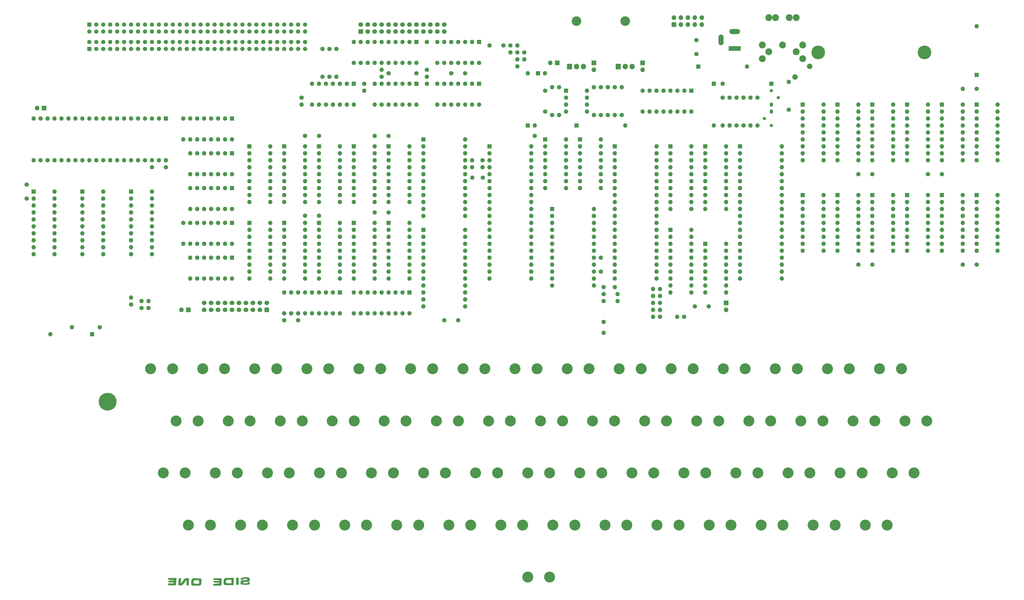
<source format=gbr>
%TF.GenerationSoftware,KiCad,Pcbnew,8.0.4*%
%TF.CreationDate,2024-11-18T10:43:42+00:00*%
%TF.ProjectId,AtomV5Board,41746f6d-5635-4426-9f61-72642e6b6963,rev?*%
%TF.SameCoordinates,Original*%
%TF.FileFunction,Soldermask,Bot*%
%TF.FilePolarity,Negative*%
%FSLAX46Y46*%
G04 Gerber Fmt 4.6, Leading zero omitted, Abs format (unit mm)*
G04 Created by KiCad (PCBNEW 8.0.4) date 2024-11-18 10:43:42*
%MOMM*%
%LPD*%
G01*
G04 APERTURE LIST*
G04 Aperture macros list*
%AMRoundRect*
0 Rectangle with rounded corners*
0 $1 Rounding radius*
0 $2 $3 $4 $5 $6 $7 $8 $9 X,Y pos of 4 corners*
0 Add a 4 corners polygon primitive as box body*
4,1,4,$2,$3,$4,$5,$6,$7,$8,$9,$2,$3,0*
0 Add four circle primitives for the rounded corners*
1,1,$1+$1,$2,$3*
1,1,$1+$1,$4,$5*
1,1,$1+$1,$6,$7*
1,1,$1+$1,$8,$9*
0 Add four rect primitives between the rounded corners*
20,1,$1+$1,$2,$3,$4,$5,0*
20,1,$1+$1,$4,$5,$6,$7,0*
20,1,$1+$1,$6,$7,$8,$9,0*
20,1,$1+$1,$8,$9,$2,$3,0*%
G04 Aperture macros list end*
%ADD10C,0.000000*%
%ADD11R,1.600000X1.600000*%
%ADD12O,1.600000X1.600000*%
%ADD13C,1.600000*%
%ADD14O,3.500000X3.500000*%
%ADD15R,1.905000X2.000000*%
%ADD16O,1.905000X2.000000*%
%ADD17R,1.700000X1.700000*%
%ADD18O,1.700000X1.700000*%
%ADD19RoundRect,0.249999X-0.525001X-0.525001X0.525001X-0.525001X0.525001X0.525001X-0.525001X0.525001X0*%
%ADD20C,1.550000*%
%ADD21O,1.200000X1.600000*%
%ADD22O,1.200000X1.200000*%
%ADD23C,6.500000*%
%ADD24R,4.400000X1.800000*%
%ADD25O,1.800000X4.000000*%
%ADD26O,4.000000X1.800000*%
%ADD27C,2.000000*%
%ADD28C,5.000000*%
%ADD29RoundRect,0.249999X0.525001X-0.525001X0.525001X0.525001X-0.525001X0.525001X-0.525001X-0.525001X0*%
%ADD30RoundRect,0.250000X0.600000X-0.600000X0.600000X0.600000X-0.600000X0.600000X-0.600000X-0.600000X0*%
%ADD31C,1.700000*%
%ADD32C,2.500000*%
%ADD33C,4.000000*%
G04 APERTURE END LIST*
D10*
%TO.C,G002b*%
G36*
X87917729Y-231908884D02*
G01*
X87909125Y-231917488D01*
X87900521Y-231908884D01*
X87909125Y-231900279D01*
X87917729Y-231908884D01*
G37*
G36*
X113511138Y-231763110D02*
G01*
X113524234Y-231779819D01*
X113523733Y-231783932D01*
X113507025Y-231797027D01*
X113502912Y-231796527D01*
X113489816Y-231779819D01*
X113490316Y-231775705D01*
X113507025Y-231762610D01*
X113511138Y-231763110D01*
G37*
G36*
X110245505Y-231118720D02*
G01*
X110303368Y-231132870D01*
X110344381Y-231160287D01*
X110371509Y-231204495D01*
X110387719Y-231269015D01*
X110395976Y-231357370D01*
X110399247Y-231473084D01*
X110400496Y-231619680D01*
X110402336Y-231752206D01*
X110407363Y-231903052D01*
X110415399Y-232021403D01*
X110426550Y-232108297D01*
X110440920Y-232164776D01*
X110458616Y-232191877D01*
X110471145Y-232204020D01*
X110482368Y-232246627D01*
X110469419Y-232304683D01*
X110461942Y-232330794D01*
X110451794Y-232399967D01*
X110444216Y-232502307D01*
X110439182Y-232638202D01*
X110436669Y-232808037D01*
X110436394Y-232831229D01*
X110434389Y-232891870D01*
X110431037Y-232934136D01*
X110426889Y-232950006D01*
X110425183Y-232951235D01*
X110421343Y-232974587D01*
X110420907Y-233020841D01*
X110423285Y-233081138D01*
X110427890Y-233146619D01*
X110434132Y-233208425D01*
X110441424Y-233257698D01*
X110449178Y-233285578D01*
X110464659Y-233328925D01*
X110470178Y-233379131D01*
X110464770Y-233421802D01*
X110448490Y-233444370D01*
X110434661Y-233456918D01*
X110434497Y-233495103D01*
X110435842Y-233502771D01*
X110431325Y-233552306D01*
X110410901Y-233613301D01*
X110407275Y-233621245D01*
X110369006Y-233679241D01*
X110315309Y-233715217D01*
X110237377Y-233735368D01*
X110215511Y-233738735D01*
X110161450Y-233747064D01*
X110099708Y-233756583D01*
X110060889Y-233762540D01*
X110013067Y-233769782D01*
X109986991Y-233773602D01*
X109979767Y-233773431D01*
X109952559Y-233759661D01*
X109951718Y-233758890D01*
X109922150Y-233751756D01*
X109873425Y-233757455D01*
X109865123Y-233759160D01*
X109818595Y-233763061D01*
X109787397Y-233756873D01*
X109774204Y-233751845D01*
X109731327Y-233744765D01*
X109675900Y-233741871D01*
X109645682Y-233740621D01*
X109597031Y-233732833D01*
X109570380Y-233720097D01*
X109559596Y-233696869D01*
X109545218Y-233643711D01*
X109530722Y-233571187D01*
X109517280Y-233487564D01*
X109506068Y-233401105D01*
X109498259Y-233320076D01*
X109495027Y-233252740D01*
X109497546Y-233207363D01*
X109501136Y-233185477D01*
X109505513Y-233141528D01*
X109503573Y-233118154D01*
X109500092Y-233102918D01*
X109495750Y-233055496D01*
X109491762Y-232980789D01*
X109488163Y-232882864D01*
X109484990Y-232765789D01*
X109482277Y-232633633D01*
X109480061Y-232490464D01*
X109478377Y-232340348D01*
X109477260Y-232187355D01*
X109476747Y-232035552D01*
X109476873Y-231889007D01*
X109477673Y-231751788D01*
X109479184Y-231627962D01*
X109481440Y-231521599D01*
X109484477Y-231436766D01*
X109488332Y-231377530D01*
X109493194Y-231331541D01*
X109504274Y-231261896D01*
X109518933Y-231214822D01*
X109539229Y-231182436D01*
X109553731Y-231167106D01*
X109570879Y-231154939D01*
X109594938Y-231145648D01*
X109630489Y-231138574D01*
X109682113Y-231133060D01*
X109754393Y-231128450D01*
X109851911Y-231124085D01*
X109979247Y-231119309D01*
X110067366Y-231116128D01*
X110167826Y-231114313D01*
X110245505Y-231118720D01*
G37*
G36*
X96860327Y-232388418D02*
G01*
X96855031Y-232450957D01*
X96853386Y-232465308D01*
X96847142Y-232527186D01*
X96841541Y-232591783D01*
X96839196Y-232615770D01*
X96831361Y-232664444D01*
X96822282Y-232693392D01*
X96817460Y-232704238D01*
X96829163Y-232702126D01*
X96838108Y-232698452D01*
X96849030Y-232707056D01*
X96848142Y-232712903D01*
X96830814Y-232735523D01*
X96821054Y-232756949D01*
X96824199Y-232799602D01*
X96828146Y-232820065D01*
X96834606Y-232896727D01*
X96829066Y-232966421D01*
X96812236Y-233016254D01*
X96806794Y-233025649D01*
X96799688Y-233057310D01*
X96814644Y-233096339D01*
X96822862Y-233112634D01*
X96829562Y-233139598D01*
X96816247Y-233155502D01*
X96812538Y-233158259D01*
X96801320Y-233185846D01*
X96805350Y-233238660D01*
X96807362Y-233252540D01*
X96808546Y-233295805D01*
X96800604Y-233318017D01*
X96794755Y-233325477D01*
X96782300Y-233359823D01*
X96771911Y-233409902D01*
X96764553Y-233448362D01*
X96742962Y-233518751D01*
X96715392Y-233575148D01*
X96686249Y-233607398D01*
X96680439Y-233612631D01*
X96661133Y-233644298D01*
X96642177Y-233691039D01*
X96621074Y-233741818D01*
X96555229Y-233835766D01*
X96460770Y-233916001D01*
X96340288Y-233980961D01*
X96196374Y-234029086D01*
X96031618Y-234058816D01*
X96016525Y-234060347D01*
X95943485Y-234065050D01*
X95842546Y-234068782D01*
X95718764Y-234071564D01*
X95577193Y-234073417D01*
X95422888Y-234074363D01*
X95260903Y-234074421D01*
X95096293Y-234073613D01*
X94934113Y-234071960D01*
X94779416Y-234069484D01*
X94637259Y-234066205D01*
X94512694Y-234062144D01*
X94410778Y-234057322D01*
X94336564Y-234051761D01*
X94329040Y-234051009D01*
X94238629Y-234042772D01*
X94128431Y-234033799D01*
X94011689Y-234025124D01*
X93901642Y-234017782D01*
X93881739Y-234016532D01*
X93781836Y-234009319D01*
X93708988Y-234001743D01*
X93656904Y-233992767D01*
X93619291Y-233981356D01*
X93589855Y-233966475D01*
X93582816Y-233962319D01*
X93531614Y-233940001D01*
X93486151Y-233930903D01*
X93486111Y-233930903D01*
X93419128Y-233916433D01*
X93345498Y-233877381D01*
X93273391Y-233820224D01*
X93210979Y-233751436D01*
X93166430Y-233677495D01*
X93145952Y-233628625D01*
X93123679Y-233563035D01*
X93108643Y-233495404D01*
X93099637Y-233417659D01*
X93095451Y-233321727D01*
X93094877Y-233199534D01*
X93094949Y-233188480D01*
X93095968Y-233104987D01*
X93097999Y-233023122D01*
X93101339Y-232937756D01*
X93106283Y-232843759D01*
X93111720Y-232758177D01*
X93959873Y-232758177D01*
X93960631Y-232827367D01*
X93966729Y-232915770D01*
X93976909Y-232999099D01*
X93988025Y-233057467D01*
X94009727Y-233127453D01*
X94041479Y-233183708D01*
X94086758Y-233227975D01*
X94149039Y-233261998D01*
X94231800Y-233287520D01*
X94338515Y-233306285D01*
X94472662Y-233320036D01*
X94637716Y-233330517D01*
X94750124Y-233335792D01*
X94897589Y-233341326D01*
X95049108Y-233345696D01*
X95199190Y-233348837D01*
X95342343Y-233350682D01*
X95473080Y-233351164D01*
X95585908Y-233350218D01*
X95675337Y-233347776D01*
X95735878Y-233343774D01*
X95814680Y-233327755D01*
X95881782Y-233291240D01*
X95924398Y-233232899D01*
X95945596Y-233149901D01*
X95945919Y-233147058D01*
X95949571Y-233100080D01*
X95953581Y-233025989D01*
X95957717Y-232931443D01*
X95961748Y-232823098D01*
X95965442Y-232707615D01*
X95968568Y-232591649D01*
X95970894Y-232481861D01*
X95972190Y-232384907D01*
X95972200Y-232382500D01*
X95956852Y-232292730D01*
X95910770Y-232218449D01*
X95833962Y-232159668D01*
X95822714Y-232153691D01*
X95769901Y-232132791D01*
X95708323Y-232121556D01*
X95629655Y-232119030D01*
X95525572Y-232124256D01*
X95496487Y-232120122D01*
X95468433Y-232099197D01*
X95465677Y-232094966D01*
X95449422Y-232083077D01*
X95418445Y-232075976D01*
X95366198Y-232072694D01*
X95286133Y-232072265D01*
X95259155Y-232072350D01*
X95165850Y-232071426D01*
X95073933Y-232068989D01*
X94999916Y-232065433D01*
X94998540Y-232065342D01*
X94936532Y-232062825D01*
X94888004Y-232063735D01*
X94863358Y-232067887D01*
X94841164Y-232073541D01*
X94794045Y-232079261D01*
X94733475Y-232083328D01*
X94668652Y-232086214D01*
X94528054Y-232092870D01*
X94416142Y-232099257D01*
X94328833Y-232106103D01*
X94262044Y-232114136D01*
X94211692Y-232124085D01*
X94173693Y-232136679D01*
X94143966Y-232152646D01*
X94118427Y-232172714D01*
X94092993Y-232197613D01*
X94063485Y-232230509D01*
X94034116Y-232273647D01*
X94027024Y-232302665D01*
X94044017Y-232313288D01*
X94056052Y-232323722D01*
X94060855Y-232352762D01*
X94056098Y-232384534D01*
X94042122Y-232402831D01*
X94041477Y-232403082D01*
X94026191Y-232424783D01*
X94009088Y-232472240D01*
X93992036Y-232537381D01*
X93976904Y-232612132D01*
X93965560Y-232688422D01*
X93959873Y-232758177D01*
X93111720Y-232758177D01*
X93113129Y-232736002D01*
X93122171Y-232609354D01*
X93133706Y-232458687D01*
X93148030Y-232278870D01*
X93162752Y-232146756D01*
X93192127Y-231988239D01*
X93231840Y-231846681D01*
X93280385Y-231726380D01*
X93336252Y-231631631D01*
X93397935Y-231566732D01*
X93498490Y-231507260D01*
X93632516Y-231456904D01*
X93796600Y-231417464D01*
X93989354Y-231389204D01*
X94209385Y-231372386D01*
X94455303Y-231367271D01*
X94527718Y-231367566D01*
X94823094Y-231370190D01*
X95096547Y-231374970D01*
X95346001Y-231381827D01*
X95569382Y-231390684D01*
X95764613Y-231401460D01*
X95929620Y-231414076D01*
X96062325Y-231428455D01*
X96118558Y-231435439D01*
X96201886Y-231444418D01*
X96273354Y-231450571D01*
X96321859Y-231452854D01*
X96383548Y-231458272D01*
X96466265Y-231476386D01*
X96548947Y-231503536D01*
X96620163Y-231535873D01*
X96668484Y-231569549D01*
X96701064Y-231605464D01*
X96745030Y-231658489D01*
X96790030Y-231716266D01*
X96813792Y-231748278D01*
X96843383Y-231793330D01*
X96859489Y-231833010D01*
X96866620Y-231880582D01*
X96869286Y-231949308D01*
X96870007Y-231995692D01*
X96869886Y-232095104D01*
X96868041Y-232200414D01*
X96864759Y-232301544D01*
X96860629Y-232382500D01*
X96860327Y-232388418D01*
G37*
G36*
X85153033Y-231221796D02*
G01*
X85258976Y-231224575D01*
X85390326Y-231230046D01*
X85551537Y-231238181D01*
X85653790Y-231243051D01*
X85806178Y-231248798D01*
X85975245Y-231253805D01*
X86155882Y-231258021D01*
X86342984Y-231261393D01*
X86531442Y-231263870D01*
X86716149Y-231265399D01*
X86891998Y-231265929D01*
X87053882Y-231265408D01*
X87196694Y-231263784D01*
X87315326Y-231261005D01*
X87404670Y-231257019D01*
X87463751Y-231253592D01*
X87538616Y-231251071D01*
X87590934Y-231252841D01*
X87627989Y-231259302D01*
X87657065Y-231270852D01*
X87674740Y-231281795D01*
X87717825Y-231334214D01*
X87738691Y-231410993D01*
X87736665Y-231510110D01*
X87732821Y-231540908D01*
X87724073Y-231611169D01*
X87716835Y-231669502D01*
X87716139Y-231675802D01*
X87712682Y-231724074D01*
X87709241Y-231796266D01*
X87706180Y-231883704D01*
X87703865Y-231977718D01*
X87703832Y-231979400D01*
X87700248Y-232085175D01*
X87694010Y-232195360D01*
X87685989Y-232297011D01*
X87677052Y-232377188D01*
X87674556Y-232396321D01*
X87666163Y-232488914D01*
X87662443Y-232583087D01*
X87664197Y-232661131D01*
X87665608Y-232682883D01*
X87664984Y-232775859D01*
X87651134Y-232838152D01*
X87644435Y-232856154D01*
X87627738Y-232926606D01*
X87614343Y-233021506D01*
X87604927Y-233133587D01*
X87600164Y-233255583D01*
X87600731Y-233380225D01*
X87602161Y-233453084D01*
X87600435Y-233569675D01*
X87592073Y-233659440D01*
X87576176Y-233727106D01*
X87551848Y-233777398D01*
X87518192Y-233815042D01*
X87493897Y-233834228D01*
X87454376Y-233858066D01*
X87406340Y-233876829D01*
X87343334Y-233892360D01*
X87258900Y-233906501D01*
X87146581Y-233921097D01*
X87075996Y-233930248D01*
X87008858Y-233940433D01*
X86961282Y-233949370D01*
X86940595Y-233955824D01*
X86922168Y-233960192D01*
X86885727Y-233954732D01*
X86863556Y-233949897D01*
X86830510Y-233945614D01*
X86783576Y-233941848D01*
X86719333Y-233938451D01*
X86634359Y-233935270D01*
X86525234Y-233932157D01*
X86388535Y-233928960D01*
X86220843Y-233925530D01*
X86200841Y-233925123D01*
X86096327Y-233922448D01*
X86004353Y-233919202D01*
X85930388Y-233915640D01*
X85879899Y-233912019D01*
X85858357Y-233908593D01*
X85848496Y-233906867D01*
X85808483Y-233906167D01*
X85744194Y-233907903D01*
X85661843Y-233911877D01*
X85567642Y-233917891D01*
X85496956Y-233922677D01*
X85350159Y-233930573D01*
X85235809Y-233933306D01*
X85152785Y-233930859D01*
X85099967Y-233923215D01*
X85076236Y-233910356D01*
X85074800Y-233908672D01*
X85047271Y-233898213D01*
X84993483Y-233889761D01*
X84920513Y-233884493D01*
X84846294Y-233879057D01*
X84743466Y-233859528D01*
X84672254Y-233827185D01*
X84632851Y-233782098D01*
X84629132Y-233771043D01*
X84621381Y-233722302D01*
X84616419Y-233652113D01*
X84614239Y-233569764D01*
X84614835Y-233484543D01*
X84618198Y-233405741D01*
X84624324Y-233342644D01*
X84633204Y-233304543D01*
X84652639Y-233273560D01*
X84680528Y-233248905D01*
X84712374Y-233240662D01*
X84773420Y-233231429D01*
X84856629Y-233221994D01*
X84955739Y-233212778D01*
X85064488Y-233204198D01*
X85176614Y-233196673D01*
X85285856Y-233190622D01*
X85385952Y-233186463D01*
X85470641Y-233184615D01*
X85533659Y-233185496D01*
X85568746Y-233189525D01*
X85575798Y-233190976D01*
X85616890Y-233194847D01*
X85685969Y-233198396D01*
X85778312Y-233201487D01*
X85889197Y-233203978D01*
X86013902Y-233205731D01*
X86147703Y-233206606D01*
X86278232Y-233206823D01*
X86403772Y-233206508D01*
X86501156Y-233205437D01*
X86573774Y-233203463D01*
X86625018Y-233200442D01*
X86658280Y-233196229D01*
X86676950Y-233190679D01*
X86684422Y-233183646D01*
X86698549Y-233167481D01*
X86733581Y-233153545D01*
X86764370Y-233139784D01*
X86771947Y-233104887D01*
X86770410Y-233073923D01*
X86761259Y-233014436D01*
X86741879Y-232977570D01*
X86708820Y-232955141D01*
X86672864Y-232933093D01*
X86662568Y-232910491D01*
X86683007Y-232893510D01*
X86688772Y-232890774D01*
X86670101Y-232894680D01*
X86651955Y-232898359D01*
X86620998Y-232901247D01*
X86578613Y-232901249D01*
X86519104Y-232898153D01*
X86436774Y-232891745D01*
X86325927Y-232881814D01*
X86276929Y-232877517D01*
X86128215Y-232867895D01*
X86002637Y-232865320D01*
X85903712Y-232869796D01*
X85834955Y-232881324D01*
X85798317Y-232887246D01*
X85733725Y-232879117D01*
X85701336Y-232872395D01*
X85641548Y-232868084D01*
X85575027Y-232869339D01*
X85550168Y-232870463D01*
X85472799Y-232870398D01*
X85382271Y-232866826D01*
X85293407Y-232860226D01*
X85219518Y-232853241D01*
X85129201Y-232845154D01*
X85057074Y-232839490D01*
X84993461Y-232835514D01*
X84928682Y-232832489D01*
X84875788Y-232824294D01*
X84811787Y-232790828D01*
X84811717Y-232790768D01*
X84788026Y-232766154D01*
X84773517Y-232736530D01*
X84765160Y-232692094D01*
X84759926Y-232623044D01*
X84758663Y-232567132D01*
X84769482Y-232454202D01*
X84798294Y-232363004D01*
X84843948Y-232297989D01*
X84850765Y-232292177D01*
X84908104Y-232263490D01*
X84993962Y-232243237D01*
X85043799Y-232235386D01*
X85126857Y-232222233D01*
X85198759Y-232210774D01*
X85212447Y-232209349D01*
X85262942Y-232206964D01*
X85340674Y-232205126D01*
X85440883Y-232203817D01*
X85558811Y-232203021D01*
X85689698Y-232202720D01*
X85828784Y-232202895D01*
X85971309Y-232203531D01*
X86112515Y-232204609D01*
X86247642Y-232206112D01*
X86371930Y-232208022D01*
X86480620Y-232210323D01*
X86568953Y-232212996D01*
X86632169Y-232216025D01*
X86659485Y-232216995D01*
X86702633Y-232214458D01*
X86723530Y-232207117D01*
X86733779Y-232199328D01*
X86765764Y-232192827D01*
X86780693Y-232190796D01*
X86795356Y-232173619D01*
X86799166Y-232131465D01*
X86798505Y-232106262D01*
X86791218Y-232061002D01*
X86772749Y-232026802D01*
X86739239Y-232002183D01*
X86686825Y-231985665D01*
X86611647Y-231975770D01*
X86509844Y-231971017D01*
X86377553Y-231969927D01*
X86321811Y-231970014D01*
X86229108Y-231970130D01*
X86149756Y-231970194D01*
X86090777Y-231970201D01*
X86059193Y-231970147D01*
X86036174Y-231969633D01*
X85993919Y-231967927D01*
X85931255Y-231964851D01*
X85844698Y-231960227D01*
X85730760Y-231953872D01*
X85585954Y-231945607D01*
X85539399Y-231942136D01*
X85487346Y-231936150D01*
X85456889Y-231929941D01*
X85441067Y-231926741D01*
X85394417Y-231921152D01*
X85325442Y-231914733D01*
X85241149Y-231908031D01*
X85148547Y-231901592D01*
X85054642Y-231895963D01*
X84966442Y-231891690D01*
X84890294Y-231883187D01*
X84819902Y-231865802D01*
X84765145Y-231842604D01*
X84735414Y-231816644D01*
X84717402Y-231764498D01*
X84703561Y-231683710D01*
X84695605Y-231583178D01*
X84694405Y-231470257D01*
X84695017Y-231446033D01*
X84700441Y-231370564D01*
X84715187Y-231320002D01*
X84745231Y-231286813D01*
X84796548Y-231263463D01*
X84875115Y-231242419D01*
X84894229Y-231238156D01*
X84943094Y-231229888D01*
X84999547Y-231224425D01*
X85068041Y-231221736D01*
X85153033Y-231221796D01*
G37*
G36*
X103815356Y-231353560D02*
G01*
X103898297Y-231357910D01*
X103981608Y-231363565D01*
X104054473Y-231369885D01*
X104106076Y-231376231D01*
X104147873Y-231391163D01*
X104198723Y-231437878D01*
X104206843Y-231449825D01*
X104219976Y-231475132D01*
X104228293Y-231506248D01*
X104232724Y-231550320D01*
X104234202Y-231614496D01*
X104233658Y-231705924D01*
X104233571Y-231713066D01*
X104231884Y-231795446D01*
X104229279Y-231864637D01*
X104226093Y-231913563D01*
X104222667Y-231935148D01*
X104222592Y-231935304D01*
X104220896Y-231955794D01*
X104219272Y-232005117D01*
X104217761Y-232077924D01*
X104216408Y-232168867D01*
X104215257Y-232272596D01*
X104214353Y-232383763D01*
X104213737Y-232497019D01*
X104213455Y-232607016D01*
X104213551Y-232708406D01*
X104214068Y-232795838D01*
X104215050Y-232863965D01*
X104215199Y-232883369D01*
X104214510Y-232944316D01*
X104212696Y-233029172D01*
X104209985Y-233130962D01*
X104206603Y-233242713D01*
X104202779Y-233357450D01*
X104198738Y-233468200D01*
X104194710Y-233567989D01*
X104190919Y-233649843D01*
X104187595Y-233706788D01*
X104184994Y-233742889D01*
X104177910Y-233824558D01*
X104168372Y-233880079D01*
X104152682Y-233915499D01*
X104127140Y-233936864D01*
X104088048Y-233950222D01*
X104031706Y-233961618D01*
X103919457Y-233982106D01*
X103829725Y-233996561D01*
X103755512Y-234005409D01*
X103687679Y-234009476D01*
X103617088Y-234009587D01*
X103534599Y-234006570D01*
X103465556Y-234003811D01*
X103349069Y-234000994D01*
X103229849Y-234000027D01*
X103113201Y-234000781D01*
X103004432Y-234003124D01*
X102908846Y-234006927D01*
X102831748Y-234012058D01*
X102778444Y-234018387D01*
X102754240Y-234025784D01*
X102750405Y-234027633D01*
X102720891Y-234029435D01*
X102675057Y-234025315D01*
X102665276Y-234024111D01*
X102606633Y-234019996D01*
X102519684Y-234016919D01*
X102409296Y-234014898D01*
X102280335Y-234013954D01*
X102137666Y-234014105D01*
X101986153Y-234015371D01*
X101830664Y-234017773D01*
X101676063Y-234021328D01*
X101616071Y-234022844D01*
X101494978Y-234024676D01*
X101401821Y-234023400D01*
X101332074Y-234018296D01*
X101281212Y-234008648D01*
X101244708Y-233993735D01*
X101218037Y-233972841D01*
X101196673Y-233945247D01*
X101189880Y-233931783D01*
X101175402Y-233877710D01*
X101165507Y-233802999D01*
X101160858Y-233717403D01*
X101162119Y-233630675D01*
X101169952Y-233552570D01*
X101179465Y-233504492D01*
X101195266Y-233462397D01*
X101221007Y-233431616D01*
X101261580Y-233409625D01*
X101321873Y-233393895D01*
X101406778Y-233381901D01*
X101521185Y-233371116D01*
X101561782Y-233367684D01*
X101639635Y-233361072D01*
X101730610Y-233353324D01*
X101822336Y-233345492D01*
X101893082Y-233339908D01*
X102005365Y-233332695D01*
X102134318Y-233326255D01*
X102284376Y-233320400D01*
X102459979Y-233314941D01*
X102665561Y-233309691D01*
X102697030Y-233309160D01*
X102806269Y-233309446D01*
X102921693Y-233312232D01*
X103023021Y-233317098D01*
X103102707Y-233321282D01*
X103171335Y-233321261D01*
X103221115Y-233315484D01*
X103260259Y-233303478D01*
X103279445Y-233293920D01*
X103330901Y-233245344D01*
X103358522Y-233176742D01*
X103359404Y-233094243D01*
X103357940Y-233084561D01*
X103351671Y-233045238D01*
X103343201Y-233016139D01*
X103327926Y-232995723D01*
X103301246Y-232982448D01*
X103258560Y-232974771D01*
X103195266Y-232971150D01*
X103106762Y-232970043D01*
X102988447Y-232969906D01*
X102900095Y-232969617D01*
X102773345Y-232968689D01*
X102649052Y-232967261D01*
X102537871Y-232965463D01*
X102450453Y-232963422D01*
X102374974Y-232962300D01*
X102299449Y-232963778D01*
X102243651Y-232967911D01*
X102214896Y-232974361D01*
X102193176Y-232981881D01*
X102146061Y-232971259D01*
X102133584Y-232966430D01*
X102080326Y-232958475D01*
X102011632Y-232960138D01*
X101918492Y-232966467D01*
X101813521Y-232969409D01*
X101705047Y-232969132D01*
X101600641Y-232965873D01*
X101507876Y-232959868D01*
X101434324Y-232951356D01*
X101387557Y-232940574D01*
X101373714Y-232931718D01*
X101343789Y-232893284D01*
X101316475Y-232836964D01*
X101296569Y-232773744D01*
X101288868Y-232714607D01*
X101289207Y-232694150D01*
X101296615Y-232610960D01*
X101311924Y-232532010D01*
X101332760Y-232467356D01*
X101356749Y-232427053D01*
X101382205Y-232410949D01*
X101445847Y-232390600D01*
X101540709Y-232372849D01*
X101664972Y-232357949D01*
X101816817Y-232346156D01*
X101994423Y-232337725D01*
X102040480Y-232336072D01*
X102153058Y-232331770D01*
X102263133Y-232327245D01*
X102360072Y-232322942D01*
X102433244Y-232319308D01*
X102464559Y-232317658D01*
X102532947Y-232314485D01*
X102585892Y-232312616D01*
X102613935Y-232312413D01*
X102637309Y-232313202D01*
X102676188Y-232313434D01*
X102733932Y-232313034D01*
X102814428Y-232311959D01*
X102921561Y-232310169D01*
X103059216Y-232307621D01*
X103097754Y-232306853D01*
X103200315Y-232303688D01*
X103274103Y-232297630D01*
X103323420Y-232286315D01*
X103352567Y-232267380D01*
X103365848Y-232238458D01*
X103367565Y-232197187D01*
X103362019Y-232141201D01*
X103356297Y-232102944D01*
X103345284Y-232053934D01*
X103334130Y-232026484D01*
X103329206Y-232023110D01*
X103295476Y-232015394D01*
X103230905Y-232009542D01*
X103134313Y-232005469D01*
X103004522Y-232003092D01*
X102918745Y-232002002D01*
X102796881Y-231999995D01*
X102668995Y-231997465D01*
X102541827Y-231994578D01*
X102422115Y-231991500D01*
X102316599Y-231988395D01*
X102232019Y-231985429D01*
X102175114Y-231982766D01*
X102161092Y-231982141D01*
X102095929Y-231982296D01*
X102017568Y-231985644D01*
X101937913Y-231991375D01*
X101868868Y-231998681D01*
X101822336Y-232006751D01*
X101784746Y-232012353D01*
X101712029Y-232013366D01*
X101624437Y-232006718D01*
X101563749Y-232000991D01*
X101497740Y-232000044D01*
X101464527Y-232008554D01*
X101449633Y-232016467D01*
X101422366Y-232006244D01*
X101393221Y-231992355D01*
X101348876Y-231986323D01*
X101299264Y-231975327D01*
X101245402Y-231934234D01*
X101230963Y-231918862D01*
X101213911Y-231896572D01*
X101203778Y-231871112D01*
X101199064Y-231834671D01*
X101198265Y-231779441D01*
X101199879Y-231697615D01*
X101201673Y-231638674D01*
X101205000Y-231567142D01*
X101208889Y-231512899D01*
X101212818Y-231484509D01*
X101218402Y-231470227D01*
X101247506Y-231436887D01*
X101299106Y-231413456D01*
X101377000Y-231398630D01*
X101484985Y-231391106D01*
X101529721Y-231389165D01*
X101608917Y-231383928D01*
X101675706Y-231377330D01*
X101719084Y-231370347D01*
X101731242Y-231368092D01*
X101784989Y-231364339D01*
X101856667Y-231364795D01*
X101934193Y-231369508D01*
X101947359Y-231370620D01*
X102040236Y-231375603D01*
X102136801Y-231376896D01*
X102218136Y-231374186D01*
X102335323Y-231366700D01*
X102469873Y-231359955D01*
X102599155Y-231355235D01*
X102713498Y-231352887D01*
X102803231Y-231353256D01*
X102816472Y-231353549D01*
X102882503Y-231354466D01*
X102969741Y-231355105D01*
X103072007Y-231355477D01*
X103183121Y-231355594D01*
X103296901Y-231355467D01*
X103407166Y-231355108D01*
X103507737Y-231354529D01*
X103592433Y-231353742D01*
X103655074Y-231352757D01*
X103689477Y-231351587D01*
X103693853Y-231351334D01*
X103743602Y-231351155D01*
X103815356Y-231353560D01*
G37*
G36*
X108609579Y-232814899D02*
G01*
X108612600Y-232834437D01*
X108618734Y-232880483D01*
X108620792Y-232906987D01*
X108620736Y-232908392D01*
X108619916Y-232935416D01*
X108618372Y-232990424D01*
X108616254Y-233067917D01*
X108613714Y-233162398D01*
X108610902Y-233268369D01*
X108610417Y-233286750D01*
X108607645Y-233391174D01*
X108605178Y-233483184D01*
X108603165Y-233557282D01*
X108601754Y-233607970D01*
X108601095Y-233629751D01*
X108601074Y-233630451D01*
X108603315Y-233659437D01*
X108609317Y-233703452D01*
X108609813Y-233706991D01*
X108602508Y-233763305D01*
X108572489Y-233814633D01*
X108527884Y-233851178D01*
X108476822Y-233863144D01*
X108461182Y-233862086D01*
X108413915Y-233859610D01*
X108368788Y-233859026D01*
X108316688Y-233860550D01*
X108248506Y-233864399D01*
X108155128Y-233870791D01*
X108083048Y-233875611D01*
X108010429Y-233879810D01*
X107955715Y-233882234D01*
X107927113Y-233882464D01*
X107922415Y-233882087D01*
X107912356Y-233881327D01*
X107900689Y-233880781D01*
X107883312Y-233880462D01*
X107856125Y-233880381D01*
X107815027Y-233880553D01*
X107755916Y-233880990D01*
X107674693Y-233881704D01*
X107567255Y-233882709D01*
X107429503Y-233884017D01*
X107355707Y-233884942D01*
X107247129Y-233887181D01*
X107153157Y-233890185D01*
X107078745Y-233893745D01*
X107028845Y-233897654D01*
X107008409Y-233901703D01*
X106992690Y-233908109D01*
X106957414Y-233906198D01*
X106927682Y-233902061D01*
X106865265Y-233897276D01*
X106775090Y-233892370D01*
X106660643Y-233887477D01*
X106525411Y-233882730D01*
X106372878Y-233878263D01*
X106206531Y-233874210D01*
X106029857Y-233870703D01*
X105993914Y-233870058D01*
X105890160Y-233868072D01*
X105800713Y-233866175D01*
X105730598Y-233864486D01*
X105684843Y-233863123D01*
X105668475Y-233862205D01*
X105667675Y-233861782D01*
X105646655Y-233858291D01*
X105606017Y-233853481D01*
X105602894Y-233853117D01*
X105543293Y-233838001D01*
X105486772Y-233812343D01*
X105476178Y-233806201D01*
X105438091Y-233789159D01*
X105415350Y-233786854D01*
X105394982Y-233784682D01*
X105354596Y-233764188D01*
X105302074Y-233729402D01*
X105244209Y-233685218D01*
X105187795Y-233636531D01*
X105139628Y-233588235D01*
X105105010Y-233546143D01*
X105055923Y-233476230D01*
X105018647Y-233411502D01*
X105004966Y-233382662D01*
X104983823Y-233333411D01*
X104967002Y-233284371D01*
X104954052Y-233231214D01*
X104944524Y-233169613D01*
X104937966Y-233095239D01*
X104933928Y-233003767D01*
X104931959Y-232890867D01*
X104931608Y-232752213D01*
X104932112Y-232648232D01*
X105793746Y-232648232D01*
X105798026Y-232716450D01*
X105809258Y-232800132D01*
X105827838Y-232908312D01*
X105831528Y-232925123D01*
X105865541Y-233002142D01*
X105920374Y-233063979D01*
X105988193Y-233101210D01*
X106150271Y-233144215D01*
X106322404Y-233177990D01*
X106334937Y-233179646D01*
X106393643Y-233184355D01*
X106479263Y-233188566D01*
X106586160Y-233192209D01*
X106708698Y-233195216D01*
X106841239Y-233197518D01*
X106978147Y-233199048D01*
X107113786Y-233199736D01*
X107242518Y-233199513D01*
X107358708Y-233198312D01*
X107456718Y-233196063D01*
X107530913Y-233192698D01*
X107569976Y-233189981D01*
X107645291Y-233181592D01*
X107697568Y-233166223D01*
X107731853Y-233138401D01*
X107753190Y-233092651D01*
X107766624Y-233023501D01*
X107777201Y-232925476D01*
X107785308Y-232809847D01*
X107784976Y-232702685D01*
X107774953Y-232602105D01*
X107774137Y-232596385D01*
X107766280Y-232518218D01*
X107763748Y-232442598D01*
X107767106Y-232385156D01*
X107772719Y-232329355D01*
X107776355Y-232253194D01*
X107776869Y-232176020D01*
X107772507Y-232107797D01*
X107751563Y-232016292D01*
X107713669Y-231954314D01*
X107658957Y-231922153D01*
X107658121Y-231921939D01*
X107625321Y-231918240D01*
X107564647Y-231915332D01*
X107482309Y-231913366D01*
X107384519Y-231912494D01*
X107277486Y-231912866D01*
X107148066Y-231914050D01*
X107009694Y-231915144D01*
X106894952Y-231915800D01*
X106797806Y-231916041D01*
X106712221Y-231915890D01*
X106632160Y-231915372D01*
X106610997Y-231915232D01*
X106536308Y-231915204D01*
X106468678Y-231915740D01*
X106451796Y-231915765D01*
X106391538Y-231913068D01*
X106343915Y-231907204D01*
X106341204Y-231906665D01*
X106306762Y-231905649D01*
X106296591Y-231922618D01*
X106295006Y-231933681D01*
X106294247Y-231938981D01*
X106273153Y-231964585D01*
X106226607Y-231981091D01*
X106150318Y-231990489D01*
X106091732Y-231998174D01*
X106002188Y-232024145D01*
X105928309Y-232063191D01*
X105879296Y-232111213D01*
X105867773Y-232136339D01*
X105853040Y-232191005D01*
X105843678Y-232254176D01*
X105843593Y-232255150D01*
X105835639Y-232325246D01*
X105823445Y-232410511D01*
X105809617Y-232492712D01*
X105804456Y-232522045D01*
X105796021Y-232586442D01*
X105793746Y-232648232D01*
X104932112Y-232648232D01*
X104932426Y-232583476D01*
X104933004Y-232511293D01*
X104934506Y-232382266D01*
X104936455Y-232266378D01*
X104938744Y-232167883D01*
X104941268Y-232091038D01*
X104943918Y-232040099D01*
X104946588Y-232019321D01*
X104948044Y-232016514D01*
X104957116Y-231984920D01*
X104963974Y-231944317D01*
X106124505Y-231944317D01*
X106124952Y-231946034D01*
X106141713Y-231951905D01*
X106146430Y-231951205D01*
X106158922Y-231933681D01*
X106157571Y-231927457D01*
X106141713Y-231926092D01*
X106136563Y-231929625D01*
X106124505Y-231944317D01*
X104963974Y-231944317D01*
X104964969Y-231938428D01*
X104973514Y-231899437D01*
X104994346Y-231836228D01*
X105021521Y-231771214D01*
X105045384Y-231719517D01*
X105072379Y-231658649D01*
X105090925Y-231614056D01*
X105092217Y-231610802D01*
X105135533Y-231542582D01*
X105207414Y-231473735D01*
X105302562Y-231407950D01*
X105415679Y-231348917D01*
X105541466Y-231300325D01*
X105702892Y-231248139D01*
X106262174Y-231237762D01*
X106289964Y-231237259D01*
X106433008Y-231235032D01*
X106585250Y-231233181D01*
X106741845Y-231231720D01*
X106897946Y-231230665D01*
X107048707Y-231230031D01*
X107189283Y-231229834D01*
X107314829Y-231230088D01*
X107420498Y-231230809D01*
X107501445Y-231232013D01*
X107552824Y-231233713D01*
X107566497Y-231233356D01*
X107610816Y-231229949D01*
X107675133Y-231223752D01*
X107750724Y-231215564D01*
X107785064Y-231212041D01*
X107879006Y-231205401D01*
X107970311Y-231202538D01*
X108043271Y-231204069D01*
X108067840Y-231205671D01*
X108150060Y-231210645D01*
X108244698Y-231215971D01*
X108335819Y-231220741D01*
X108340407Y-231220973D01*
X108444580Y-231228552D01*
X108519205Y-231240007D01*
X108568899Y-231256880D01*
X108598283Y-231280717D01*
X108611973Y-231313061D01*
X108622001Y-231356045D01*
X108637062Y-231409832D01*
X108639593Y-231420358D01*
X108644204Y-231474951D01*
X108643253Y-231556424D01*
X108636745Y-231659358D01*
X108635363Y-231676545D01*
X108628535Y-231781691D01*
X108623762Y-231891676D01*
X108621036Y-232000900D01*
X108620349Y-232103764D01*
X108621691Y-232194667D01*
X108625054Y-232268010D01*
X108630428Y-232318193D01*
X108637806Y-232339617D01*
X108644905Y-232346786D01*
X108640159Y-232370748D01*
X108634502Y-232381850D01*
X108624464Y-232424041D01*
X108617119Y-232483596D01*
X108612969Y-232550237D01*
X108612511Y-232613686D01*
X108616244Y-232663666D01*
X108624667Y-232689900D01*
X108636013Y-232707485D01*
X108621421Y-232725271D01*
X108613163Y-232732633D01*
X108604839Y-232761707D01*
X108609129Y-232809847D01*
X108609579Y-232814899D01*
G37*
G36*
X89304313Y-231296279D02*
G01*
X89379165Y-231331412D01*
X89384595Y-231335604D01*
X89401258Y-231351994D01*
X89411910Y-231373934D01*
X89418011Y-231408642D01*
X89421021Y-231463334D01*
X89422398Y-231545227D01*
X89422215Y-231602726D01*
X89419569Y-231669000D01*
X89414645Y-231714879D01*
X89407981Y-231733362D01*
X89398992Y-231746686D01*
X89386803Y-231785937D01*
X89376000Y-231841060D01*
X89374336Y-231852106D01*
X89367828Y-231901005D01*
X89363647Y-231948545D01*
X89361390Y-232003668D01*
X89360652Y-232075317D01*
X89361030Y-232172433D01*
X89360851Y-232186342D01*
X89355336Y-232245166D01*
X89344439Y-232291711D01*
X89341482Y-232301997D01*
X89333906Y-232349185D01*
X89326660Y-232420444D01*
X89320177Y-232508334D01*
X89314886Y-232605417D01*
X89311220Y-232704253D01*
X89309610Y-232797403D01*
X89310486Y-232877429D01*
X89310095Y-232927449D01*
X89304190Y-232995585D01*
X89293655Y-233046983D01*
X89285110Y-233076168D01*
X89283157Y-233109313D01*
X89297711Y-233132758D01*
X89332965Y-233147040D01*
X89379376Y-233137401D01*
X89427255Y-233107201D01*
X89467451Y-233060343D01*
X89475157Y-233048622D01*
X89503768Y-233015107D01*
X89526678Y-233001634D01*
X89531851Y-233000431D01*
X89558582Y-232979544D01*
X89594198Y-232938830D01*
X89632691Y-232886309D01*
X89668054Y-232830000D01*
X89694278Y-232777922D01*
X89696998Y-232771613D01*
X89722157Y-232725605D01*
X89747787Y-232694073D01*
X89764382Y-232677187D01*
X89776266Y-232653889D01*
X89776953Y-232651433D01*
X89792688Y-232627469D01*
X89825430Y-232585566D01*
X89870153Y-232531687D01*
X89921831Y-232471791D01*
X89975436Y-232411839D01*
X90025943Y-232357794D01*
X90047663Y-232333725D01*
X90086551Y-232287801D01*
X90128676Y-232235849D01*
X90158958Y-232198297D01*
X90212757Y-232133707D01*
X90260727Y-232078316D01*
X90275653Y-232060800D01*
X90319403Y-232004465D01*
X90369600Y-231934883D01*
X90418086Y-231863208D01*
X90440423Y-231829754D01*
X90488416Y-231762598D01*
X90533194Y-231705445D01*
X90567366Y-231667962D01*
X90579450Y-231656264D01*
X90621911Y-231611382D01*
X90673859Y-231552880D01*
X90726693Y-231490346D01*
X90750432Y-231462368D01*
X90800550Y-231408605D01*
X90844625Y-231367842D01*
X90875219Y-231347244D01*
X90876496Y-231346801D01*
X90909886Y-231341598D01*
X90971188Y-231337241D01*
X91054380Y-231333973D01*
X91153442Y-231332036D01*
X91262351Y-231331673D01*
X91311592Y-231331787D01*
X91441637Y-231330676D01*
X91537721Y-231327356D01*
X91599715Y-231321833D01*
X91627489Y-231314113D01*
X91642056Y-231306395D01*
X91672768Y-231308774D01*
X91681409Y-231311388D01*
X91720871Y-231316390D01*
X91784822Y-231320963D01*
X91866714Y-231324688D01*
X91959999Y-231327145D01*
X92024777Y-231328531D01*
X92124795Y-231332716D01*
X92198078Y-231340127D01*
X92249658Y-231352190D01*
X92284566Y-231370332D01*
X92307833Y-231395982D01*
X92324490Y-231430566D01*
X92328457Y-231442504D01*
X92333792Y-231471502D01*
X92334827Y-231510091D01*
X92331141Y-231563116D01*
X92322314Y-231635421D01*
X92307929Y-231731853D01*
X92287565Y-231857258D01*
X92270297Y-231974343D01*
X92259133Y-232088067D01*
X92253874Y-232207829D01*
X92253544Y-232347705D01*
X92253799Y-232389084D01*
X92252664Y-232487977D01*
X92249359Y-232578154D01*
X92244267Y-232651052D01*
X92237776Y-232698110D01*
X92231586Y-232728623D01*
X92227842Y-232776749D01*
X92237795Y-232804565D01*
X92247627Y-232824712D01*
X92238167Y-232861983D01*
X92237477Y-232863473D01*
X92231166Y-232895294D01*
X92225168Y-232956540D01*
X92219769Y-233042708D01*
X92215259Y-233149292D01*
X92211926Y-233271789D01*
X92208951Y-233386984D01*
X92203880Y-233520885D01*
X92197558Y-233641322D01*
X92190289Y-233744104D01*
X92182379Y-233825041D01*
X92174132Y-233879944D01*
X92165854Y-233904620D01*
X92153784Y-233910656D01*
X92116895Y-233925493D01*
X92065019Y-233944710D01*
X92026170Y-233956508D01*
X91948737Y-233970554D01*
X91872758Y-233974374D01*
X91808637Y-233967766D01*
X91766779Y-233950527D01*
X91766734Y-233950491D01*
X91737879Y-233938542D01*
X91698300Y-233949754D01*
X91654190Y-233960939D01*
X91599750Y-233950469D01*
X91595824Y-233949138D01*
X91554704Y-233939571D01*
X91529154Y-233940988D01*
X91529099Y-233941022D01*
X91502511Y-233944411D01*
X91460700Y-233939064D01*
X91438845Y-233932949D01*
X91413974Y-233919623D01*
X91394642Y-233897329D01*
X91380193Y-233862434D01*
X91369971Y-233811303D01*
X91363320Y-233740303D01*
X91359582Y-233645801D01*
X91358102Y-233524161D01*
X91358223Y-233371752D01*
X91358958Y-233281365D01*
X91360984Y-233165116D01*
X91364005Y-233061404D01*
X91367812Y-232975701D01*
X91372198Y-232913476D01*
X91376953Y-232880197D01*
X91377409Y-232878536D01*
X91384580Y-232836883D01*
X91391711Y-232770243D01*
X91398002Y-232687451D01*
X91402648Y-232597341D01*
X91406390Y-232508044D01*
X91411257Y-232403781D01*
X91416205Y-232307942D01*
X91420594Y-232233514D01*
X91423863Y-232169738D01*
X91422951Y-232118421D01*
X91415959Y-232086434D01*
X91401994Y-232065729D01*
X91386682Y-232052616D01*
X91351626Y-232039272D01*
X91313182Y-232048805D01*
X91269381Y-232082995D01*
X91218257Y-232143620D01*
X91157840Y-232232461D01*
X91086163Y-232351296D01*
X91043247Y-232424173D01*
X90981760Y-232522760D01*
X90925824Y-232603227D01*
X90869713Y-232673607D01*
X90807699Y-232741933D01*
X90797499Y-232753476D01*
X90768723Y-232798117D01*
X90757160Y-232836980D01*
X90756641Y-232847706D01*
X90745475Y-232881699D01*
X90725541Y-232894402D01*
X90704546Y-232879575D01*
X90696329Y-232867685D01*
X90687480Y-232864626D01*
X90676935Y-232879030D01*
X90661375Y-232915871D01*
X90637483Y-232980124D01*
X90615224Y-233033609D01*
X90593690Y-233072736D01*
X90578072Y-233087678D01*
X90565485Y-233093469D01*
X90535059Y-233119766D01*
X90498429Y-233160114D01*
X90480267Y-233182167D01*
X90427672Y-233245968D01*
X90378570Y-233305462D01*
X90339172Y-233354842D01*
X90288992Y-233420321D01*
X90240900Y-233485248D01*
X90206042Y-233532863D01*
X90175352Y-233572886D01*
X90143749Y-233611081D01*
X90105501Y-233654111D01*
X90054874Y-233708637D01*
X89986136Y-233781321D01*
X89969236Y-233798975D01*
X89932008Y-233835591D01*
X89895487Y-233865813D01*
X89856162Y-233890268D01*
X89810519Y-233909578D01*
X89755046Y-233924368D01*
X89686231Y-233935262D01*
X89600561Y-233942883D01*
X89494524Y-233947856D01*
X89364607Y-233950805D01*
X89207298Y-233952354D01*
X89019084Y-233953127D01*
X89015554Y-233953134D01*
X88929126Y-233951948D01*
X88834607Y-233948512D01*
X88739080Y-233943331D01*
X88649629Y-233936911D01*
X88573337Y-233929757D01*
X88517287Y-233922376D01*
X88488563Y-233915271D01*
X88462384Y-233895831D01*
X88430849Y-233857372D01*
X88429988Y-233855675D01*
X88420890Y-233818602D01*
X88413721Y-233754731D01*
X88408612Y-233671040D01*
X88405694Y-233574508D01*
X88405097Y-233472114D01*
X88406952Y-233370834D01*
X88411389Y-233277648D01*
X88418539Y-233199534D01*
X88421995Y-233170979D01*
X88434403Y-233046981D01*
X88444304Y-232906928D01*
X88452073Y-232744708D01*
X88458085Y-232554209D01*
X88462247Y-232436819D01*
X88469146Y-232302056D01*
X88478071Y-232162304D01*
X88488424Y-232025443D01*
X88499607Y-231899350D01*
X88511023Y-231791904D01*
X88522074Y-231710984D01*
X88530990Y-231655128D01*
X88540074Y-231594792D01*
X88545563Y-231554110D01*
X88551356Y-231511967D01*
X88572119Y-231428712D01*
X88603833Y-231369339D01*
X88610675Y-231360570D01*
X88623161Y-231347863D01*
X88640192Y-231338280D01*
X88666737Y-231330976D01*
X88707767Y-231325111D01*
X88768251Y-231319842D01*
X88853158Y-231314327D01*
X88967458Y-231307724D01*
X89041352Y-231302818D01*
X89112765Y-231296882D01*
X89165358Y-231291255D01*
X89208651Y-231287419D01*
X89304313Y-231296279D01*
G37*
G36*
X113024537Y-231018692D02*
G01*
X113146862Y-231019613D01*
X113294743Y-231021097D01*
X113472607Y-231023082D01*
X113553798Y-231025232D01*
X113679562Y-231033079D01*
X113798199Y-231045577D01*
X113902888Y-231061787D01*
X113986812Y-231080770D01*
X114043149Y-231101589D01*
X114082063Y-231118025D01*
X114119076Y-231125889D01*
X114122783Y-231125969D01*
X114180781Y-231142729D01*
X114244769Y-231184592D01*
X114307331Y-231245616D01*
X114361053Y-231319856D01*
X114373838Y-231342118D01*
X114397866Y-231390476D01*
X114417752Y-231443328D01*
X114434983Y-231506628D01*
X114451044Y-231586327D01*
X114467424Y-231688380D01*
X114485606Y-231818740D01*
X114489463Y-231860298D01*
X114489839Y-231955678D01*
X114481579Y-232056594D01*
X114466027Y-232149831D01*
X114444530Y-232222175D01*
X114442661Y-232226482D01*
X114416069Y-232274416D01*
X114376297Y-232332816D01*
X114328746Y-232395178D01*
X114278817Y-232455000D01*
X114231910Y-232505781D01*
X114193424Y-232541018D01*
X114168762Y-232554209D01*
X114139163Y-232561117D01*
X114097816Y-232578197D01*
X114042869Y-232604573D01*
X113955833Y-232642352D01*
X113894935Y-232662448D01*
X113861557Y-232664357D01*
X113833599Y-232665177D01*
X113795287Y-232682027D01*
X113762851Y-232697303D01*
X113741024Y-232696429D01*
X113731952Y-232692087D01*
X113695257Y-232685324D01*
X113643448Y-232681892D01*
X113610343Y-232682099D01*
X113570869Y-232688363D01*
X113558651Y-232703215D01*
X113555683Y-232713927D01*
X113532838Y-232726296D01*
X113520207Y-232722796D01*
X113507025Y-232699115D01*
X113506798Y-232694479D01*
X113494966Y-232679386D01*
X113459701Y-232681955D01*
X113430451Y-232685488D01*
X113372757Y-232689808D01*
X113294807Y-232694401D01*
X113203892Y-232698949D01*
X113107305Y-232703140D01*
X113012337Y-232706657D01*
X112926281Y-232709185D01*
X112856429Y-232710410D01*
X112810074Y-232710017D01*
X112796461Y-232709518D01*
X112670857Y-232709528D01*
X112544649Y-232717000D01*
X112422841Y-232730925D01*
X112310434Y-232750298D01*
X112212431Y-232774109D01*
X112133836Y-232801352D01*
X112079650Y-232831019D01*
X112054877Y-232862103D01*
X112048112Y-232887806D01*
X112036773Y-232940396D01*
X112037634Y-232973991D01*
X112052469Y-232998874D01*
X112083054Y-233025328D01*
X112091796Y-233032227D01*
X112135893Y-233067840D01*
X112169738Y-233096341D01*
X112200205Y-233117794D01*
X112246633Y-233140994D01*
X112273007Y-233147152D01*
X112332689Y-233154865D01*
X112416209Y-233162227D01*
X112517652Y-233168975D01*
X112631104Y-233174848D01*
X112750648Y-233179584D01*
X112870370Y-233182921D01*
X112984356Y-233184598D01*
X113086689Y-233184353D01*
X113171456Y-233181924D01*
X113235382Y-233178539D01*
X113326435Y-233171915D01*
X113406175Y-233162687D01*
X113489211Y-233149010D01*
X113590152Y-233129038D01*
X113612561Y-233115549D01*
X113645066Y-233075460D01*
X113677310Y-233018586D01*
X113704778Y-232954380D01*
X113722955Y-232892299D01*
X113727324Y-232841795D01*
X113726856Y-232808978D01*
X113740988Y-232786759D01*
X113779872Y-232771534D01*
X113821735Y-232763631D01*
X113865915Y-232771333D01*
X113879640Y-232775861D01*
X113925663Y-232781221D01*
X113991281Y-232782988D01*
X114067106Y-232781031D01*
X114143746Y-232775218D01*
X114146601Y-232774985D01*
X114180397Y-232774171D01*
X114236267Y-232774246D01*
X114303708Y-232775211D01*
X114310853Y-232775362D01*
X114379144Y-232778307D01*
X114423613Y-232785098D01*
X114454013Y-232798221D01*
X114480097Y-232820161D01*
X114490151Y-232830613D01*
X114505129Y-232850975D01*
X114514565Y-232876871D01*
X114519730Y-232915521D01*
X114521897Y-232974144D01*
X114522336Y-233059962D01*
X114521643Y-233145205D01*
X114517683Y-233221963D01*
X114508079Y-233280648D01*
X114490467Y-233330115D01*
X114462484Y-233379222D01*
X114421768Y-233436823D01*
X114378365Y-233485777D01*
X114298868Y-233550198D01*
X114210002Y-233601103D01*
X114124643Y-233630116D01*
X114121141Y-233630921D01*
X114082940Y-233647069D01*
X114038905Y-233673904D01*
X114034082Y-233677272D01*
X113982303Y-233701579D01*
X113924983Y-233701326D01*
X113920848Y-233700709D01*
X113869051Y-233700083D01*
X113828031Y-233710379D01*
X113799380Y-233717969D01*
X113743550Y-233725404D01*
X113669418Y-233731480D01*
X113585226Y-233735349D01*
X113506426Y-233738483D01*
X113424895Y-233743561D01*
X113358839Y-233749616D01*
X113317729Y-233755919D01*
X113310514Y-233757317D01*
X113264195Y-233761500D01*
X113192857Y-233764104D01*
X113103881Y-233765193D01*
X113004646Y-233764830D01*
X112902533Y-233763080D01*
X112804923Y-233760007D01*
X112719196Y-233755675D01*
X112652731Y-233750148D01*
X112645539Y-233749430D01*
X112595914Y-233746079D01*
X112520047Y-233742406D01*
X112424543Y-233738675D01*
X112316005Y-233735151D01*
X112201037Y-233732096D01*
X112161084Y-233731116D01*
X112055507Y-233728137D01*
X111963617Y-233724983D01*
X111890594Y-233721868D01*
X111841620Y-233719002D01*
X111821875Y-233716598D01*
X111813482Y-233715331D01*
X111778516Y-233718391D01*
X111728520Y-233727326D01*
X111728282Y-233727376D01*
X111674458Y-233736304D01*
X111641059Y-233733346D01*
X111615879Y-233717431D01*
X111585322Y-233699822D01*
X111538193Y-233689981D01*
X111493836Y-233679277D01*
X111433724Y-233649516D01*
X111368653Y-233606913D01*
X111308106Y-233557702D01*
X111261564Y-233508116D01*
X111244109Y-233479984D01*
X111215119Y-233420471D01*
X111183744Y-233345057D01*
X111154279Y-233263536D01*
X111127873Y-233181491D01*
X111109587Y-233113715D01*
X111099536Y-233054385D01*
X111095686Y-232991240D01*
X111096005Y-232912018D01*
X111099050Y-232834893D01*
X111109875Y-232710967D01*
X111126784Y-232593460D01*
X111148332Y-232491691D01*
X111173075Y-232414977D01*
X111175601Y-232409258D01*
X111201012Y-232367798D01*
X111241954Y-232324181D01*
X111303392Y-232273764D01*
X111390292Y-232211907D01*
X111467599Y-232166155D01*
X111580039Y-232125336D01*
X111707887Y-232108550D01*
X111771360Y-232104016D01*
X111830395Y-232096490D01*
X111868188Y-232087829D01*
X111887714Y-232082537D01*
X111940299Y-232075232D01*
X112001266Y-232072366D01*
X112034525Y-232071326D01*
X112096401Y-232064683D01*
X112142117Y-232053931D01*
X112146796Y-232052189D01*
X112170753Y-232044661D01*
X112199795Y-232038473D01*
X112238112Y-232033325D01*
X112289892Y-232028913D01*
X112359324Y-232024936D01*
X112450598Y-232021092D01*
X112567902Y-232017078D01*
X112715426Y-232012593D01*
X112744153Y-232011705D01*
X112858657Y-232007317D01*
X112965268Y-232001969D01*
X113057358Y-231996073D01*
X113128298Y-231990040D01*
X113171456Y-231984283D01*
X113205406Y-231978103D01*
X113283081Y-231966868D01*
X113358095Y-231958967D01*
X113427816Y-231949493D01*
X113497010Y-231929054D01*
X113542368Y-231901197D01*
X113558651Y-231868288D01*
X113560357Y-231851034D01*
X113571309Y-231824523D01*
X113580637Y-231802356D01*
X113586472Y-231762063D01*
X113586614Y-231758179D01*
X113582719Y-231727392D01*
X113567785Y-231701612D01*
X113539218Y-231680418D01*
X113494423Y-231663392D01*
X113430803Y-231650114D01*
X113345765Y-231640165D01*
X113236713Y-231633127D01*
X113101052Y-231628580D01*
X112936185Y-231626104D01*
X112739519Y-231625282D01*
X112204330Y-231624941D01*
X112135619Y-231674714D01*
X112102186Y-231700473D01*
X112041085Y-231759315D01*
X112004995Y-231813766D01*
X111997273Y-231859346D01*
X111997470Y-231860395D01*
X111998436Y-231873006D01*
X111993790Y-231883232D01*
X111979937Y-231891608D01*
X111953284Y-231898668D01*
X111910236Y-231904946D01*
X111847199Y-231910976D01*
X111760580Y-231917292D01*
X111646783Y-231924429D01*
X111502215Y-231932920D01*
X111419894Y-231937607D01*
X111339395Y-231941526D01*
X111283143Y-231942660D01*
X111245432Y-231940626D01*
X111220560Y-231935041D01*
X111202822Y-231925519D01*
X111186514Y-231911678D01*
X111178724Y-231904339D01*
X111163520Y-231886347D01*
X111154848Y-231863991D01*
X111151727Y-231829783D01*
X111153174Y-231776233D01*
X111158207Y-231695853D01*
X111162320Y-231645596D01*
X111171494Y-231567331D01*
X111182369Y-231502631D01*
X111193380Y-231461908D01*
X111196520Y-231455310D01*
X111224709Y-231413843D01*
X111269238Y-231361823D01*
X111321980Y-231308919D01*
X111333875Y-231298002D01*
X111417566Y-231227978D01*
X111499124Y-231174694D01*
X111585828Y-231135434D01*
X111684961Y-231107478D01*
X111803805Y-231088107D01*
X111949640Y-231074605D01*
X111959080Y-231073935D01*
X112073180Y-231065726D01*
X112204594Y-231056124D01*
X112337805Y-231046270D01*
X112457296Y-231037304D01*
X112511685Y-231033229D01*
X112579163Y-231028470D01*
X112641187Y-231024708D01*
X112702186Y-231021882D01*
X112766591Y-231019929D01*
X112838831Y-231018788D01*
X112923337Y-231018396D01*
X113024537Y-231018692D01*
G37*
%TD*%
D11*
%TO.C,IC5*%
X107950000Y-114300000D03*
D12*
X105410000Y-114300000D03*
X102870000Y-114300000D03*
X100330000Y-114300000D03*
X97790000Y-114300000D03*
X95250000Y-114300000D03*
X92710000Y-114300000D03*
X92710000Y-121920000D03*
X95250000Y-121920000D03*
X97790000Y-121920000D03*
X100330000Y-121920000D03*
X102870000Y-121920000D03*
X105410000Y-121920000D03*
X107950000Y-121920000D03*
%TD*%
D11*
%TO.C,C3*%
X379730000Y-47625000D03*
D12*
X379730000Y-29845000D03*
%TD*%
D11*
%TO.C,IC42*%
X379730000Y-58420000D03*
D12*
X379730000Y-60960000D03*
X379730000Y-63500000D03*
X379730000Y-66040000D03*
X379730000Y-68580000D03*
X379730000Y-71120000D03*
X379730000Y-73660000D03*
X379730000Y-76200000D03*
X379730000Y-78740000D03*
X387350000Y-78740000D03*
X387350000Y-76200000D03*
X387350000Y-73660000D03*
X387350000Y-71120000D03*
X387350000Y-68580000D03*
X387350000Y-66040000D03*
X387350000Y-63500000D03*
X387350000Y-60960000D03*
X387350000Y-58420000D03*
%TD*%
D13*
%TO.C,R31*%
X247650000Y-52070000D03*
D12*
X247650000Y-62230000D03*
%TD*%
D11*
%TO.C,IC47*%
X275590000Y-53340000D03*
D12*
X273050000Y-53340000D03*
X270510000Y-53340000D03*
X267970000Y-53340000D03*
X265430000Y-53340000D03*
X262890000Y-53340000D03*
X260350000Y-53340000D03*
X257810000Y-53340000D03*
X257810000Y-60960000D03*
X260350000Y-60960000D03*
X262890000Y-60960000D03*
X265430000Y-60960000D03*
X267970000Y-60960000D03*
X270510000Y-60960000D03*
X273050000Y-60960000D03*
X275590000Y-60960000D03*
%TD*%
D13*
%TO.C,C22*%
X190500000Y-137160000D03*
X185420000Y-137160000D03*
%TD*%
%TO.C,R8*%
X287020000Y-55880000D03*
D12*
X287020000Y-66040000D03*
%TD*%
D13*
%TO.C,R40*%
X71120000Y-131428000D03*
D12*
X71120000Y-128888000D03*
%TD*%
D11*
%TO.C,IC10*%
X114310000Y-73660000D03*
D12*
X114310000Y-76200000D03*
X114310000Y-78740000D03*
X114310000Y-81280000D03*
X114310000Y-83820000D03*
X114310000Y-86360000D03*
X114310000Y-88900000D03*
X114310000Y-91440000D03*
X114310000Y-93980000D03*
X121930000Y-93980000D03*
X121930000Y-91440000D03*
X121930000Y-88900000D03*
X121930000Y-86360000D03*
X121930000Y-83820000D03*
X121930000Y-81280000D03*
X121930000Y-78740000D03*
X121930000Y-76200000D03*
X121930000Y-73660000D03*
%TD*%
D11*
%TO.C,IC37*%
X341630000Y-91440000D03*
D12*
X341630000Y-93980000D03*
X341630000Y-96520000D03*
X341630000Y-99060000D03*
X341630000Y-101600000D03*
X341630000Y-104140000D03*
X341630000Y-106680000D03*
X341630000Y-109220000D03*
X341630000Y-111760000D03*
X349250000Y-111760000D03*
X349250000Y-109220000D03*
X349250000Y-106680000D03*
X349250000Y-104140000D03*
X349250000Y-101600000D03*
X349250000Y-99060000D03*
X349250000Y-96520000D03*
X349250000Y-93980000D03*
X349250000Y-91440000D03*
%TD*%
D11*
%TO.C,IC9*%
X152400000Y-50800000D03*
D12*
X149860000Y-50800000D03*
X147320000Y-50800000D03*
X144780000Y-50800000D03*
X142240000Y-50800000D03*
X139700000Y-50800000D03*
X137160000Y-50800000D03*
X137160000Y-58420000D03*
X139700000Y-58420000D03*
X142240000Y-58420000D03*
X144780000Y-58420000D03*
X147320000Y-58420000D03*
X149860000Y-58420000D03*
X152400000Y-58420000D03*
%TD*%
D13*
%TO.C,R36*%
X224790000Y-62230000D03*
D12*
X224790000Y-52070000D03*
%TD*%
D13*
%TO.C,R3*%
X273033000Y-135890000D03*
D12*
X270493000Y-135890000D03*
%TD*%
D13*
%TO.C,C16*%
X132080000Y-137160000D03*
X127000000Y-137160000D03*
%TD*%
%TO.C,C26*%
X341630000Y-116840000D03*
X336550000Y-116840000D03*
%TD*%
%TO.C,R12*%
X299720000Y-55880000D03*
D12*
X299720000Y-66040000D03*
%TD*%
D13*
%TO.C,R9*%
X292100000Y-66040000D03*
D12*
X292100000Y-55880000D03*
%TD*%
D13*
%TO.C,C23*%
X242570000Y-114300000D03*
X242570000Y-119380000D03*
%TD*%
%TO.C,R17*%
X243650000Y-130175000D03*
D12*
X248730000Y-130175000D03*
%TD*%
D11*
%TO.C,IC22*%
X201930000Y-73660000D03*
D12*
X201930000Y-76200000D03*
X201930000Y-78740000D03*
X201930000Y-81280000D03*
X201930000Y-83820000D03*
X201930000Y-86360000D03*
X201930000Y-88900000D03*
X201930000Y-91440000D03*
X201930000Y-93980000D03*
X201930000Y-96520000D03*
X201930000Y-99060000D03*
X201930000Y-101600000D03*
X201930000Y-104140000D03*
X201930000Y-106680000D03*
X201930000Y-109220000D03*
X201930000Y-111760000D03*
X201930000Y-114300000D03*
X201930000Y-116840000D03*
X201930000Y-119380000D03*
X201930000Y-121920000D03*
X217170000Y-121920000D03*
X217170000Y-119380000D03*
X217170000Y-116840000D03*
X217170000Y-114300000D03*
X217170000Y-111760000D03*
X217170000Y-109220000D03*
X217170000Y-106680000D03*
X217170000Y-104140000D03*
X217170000Y-101600000D03*
X217170000Y-99060000D03*
X217170000Y-96520000D03*
X217170000Y-93980000D03*
X217170000Y-91440000D03*
X217170000Y-88900000D03*
X217170000Y-86360000D03*
X217170000Y-83820000D03*
X217170000Y-81280000D03*
X217170000Y-78740000D03*
X217170000Y-76200000D03*
X217170000Y-73660000D03*
%TD*%
D13*
%TO.C,L1*%
X379730000Y-52705000D03*
D12*
X374650000Y-52705000D03*
%TD*%
D13*
%TO.C,R4*%
X146050000Y-38100000D03*
D12*
X146050000Y-48260000D03*
%TD*%
D11*
%TO.C,IC18*%
X165100000Y-73660000D03*
D12*
X165100000Y-76200000D03*
X165100000Y-78740000D03*
X165100000Y-81280000D03*
X165100000Y-83820000D03*
X165100000Y-86360000D03*
X165100000Y-88900000D03*
X165100000Y-91440000D03*
X165100000Y-93980000D03*
X172720000Y-93980000D03*
X172720000Y-91440000D03*
X172720000Y-88900000D03*
X172720000Y-86360000D03*
X172720000Y-83820000D03*
X172720000Y-81280000D03*
X172720000Y-78740000D03*
X172720000Y-76200000D03*
X172720000Y-73660000D03*
%TD*%
D11*
%TO.C,IC20*%
X177800000Y-71120000D03*
D12*
X177800000Y-73660000D03*
X177800000Y-76200000D03*
X177800000Y-78740000D03*
X177800000Y-81280000D03*
X177800000Y-83820000D03*
X177800000Y-86360000D03*
X177800000Y-88900000D03*
X177800000Y-91440000D03*
X177800000Y-93980000D03*
X177800000Y-96520000D03*
X177800000Y-99060000D03*
X193040000Y-99060000D03*
X193040000Y-96520000D03*
X193040000Y-93980000D03*
X193040000Y-91440000D03*
X193040000Y-88900000D03*
X193040000Y-86360000D03*
X193040000Y-83820000D03*
X193040000Y-81280000D03*
X193040000Y-78740000D03*
X193040000Y-76200000D03*
X193040000Y-73660000D03*
X193040000Y-71120000D03*
%TD*%
D11*
%TO.C,IC31*%
X293370000Y-73660000D03*
D12*
X293370000Y-76200000D03*
X293370000Y-78740000D03*
X293370000Y-81280000D03*
X293370000Y-83820000D03*
X293370000Y-86360000D03*
X293370000Y-88900000D03*
X293370000Y-91440000D03*
X293370000Y-93980000D03*
X293370000Y-96520000D03*
X293370000Y-99060000D03*
X293370000Y-101600000D03*
X293370000Y-104140000D03*
X293370000Y-106680000D03*
X293370000Y-109220000D03*
X293370000Y-111760000D03*
X293370000Y-114300000D03*
X293370000Y-116840000D03*
X293370000Y-119380000D03*
X293370000Y-121920000D03*
X308610000Y-121920000D03*
X308610000Y-119380000D03*
X308610000Y-116840000D03*
X308610000Y-114300000D03*
X308610000Y-111760000D03*
X308610000Y-109220000D03*
X308610000Y-106680000D03*
X308610000Y-104140000D03*
X308610000Y-101600000D03*
X308610000Y-99060000D03*
X308610000Y-96520000D03*
X308610000Y-93980000D03*
X308610000Y-91440000D03*
X308610000Y-88900000D03*
X308610000Y-86360000D03*
X308610000Y-83820000D03*
X308610000Y-81280000D03*
X308610000Y-78740000D03*
X308610000Y-76200000D03*
X308610000Y-73660000D03*
%TD*%
D13*
%TO.C,R26*%
X179070000Y-48260000D03*
D12*
X179070000Y-50800000D03*
%TD*%
D13*
%TO.C,R20*%
X264160000Y-125730000D03*
D12*
X261620000Y-125730000D03*
%TD*%
D11*
%TO.C,IC30*%
X280670000Y-109220000D03*
D12*
X280670000Y-111760000D03*
X280670000Y-114300000D03*
X280670000Y-116840000D03*
X280670000Y-119380000D03*
X280670000Y-121920000D03*
X280670000Y-124460000D03*
X280670000Y-127000000D03*
X288290000Y-127000000D03*
X288290000Y-124460000D03*
X288290000Y-121920000D03*
X288290000Y-119380000D03*
X288290000Y-116840000D03*
X288290000Y-114300000D03*
X288290000Y-111760000D03*
X288290000Y-109220000D03*
%TD*%
D14*
%TO.C,IC53*%
X233680000Y-27940000D03*
D15*
X231140000Y-44600000D03*
D16*
X233680000Y-44600000D03*
X236220000Y-44600000D03*
%TD*%
D17*
%TO.C,LS1*%
X226695000Y-43180000D03*
D18*
X224155000Y-43180000D03*
%TD*%
D11*
%TO.C,IC25*%
X247650000Y-73660000D03*
D12*
X247650000Y-76200000D03*
X247650000Y-78740000D03*
X247650000Y-81280000D03*
X247650000Y-83820000D03*
X247650000Y-86360000D03*
X247650000Y-88900000D03*
X247650000Y-91440000D03*
X247650000Y-93980000D03*
X247650000Y-96520000D03*
X247650000Y-99060000D03*
X247650000Y-101600000D03*
X247650000Y-104140000D03*
X247650000Y-106680000D03*
X247650000Y-109220000D03*
X247650000Y-111760000D03*
X247650000Y-114300000D03*
X247650000Y-116840000D03*
X247650000Y-119380000D03*
X247650000Y-121920000D03*
X262890000Y-121920000D03*
X262890000Y-119380000D03*
X262890000Y-116840000D03*
X262890000Y-114300000D03*
X262890000Y-111760000D03*
X262890000Y-109220000D03*
X262890000Y-106680000D03*
X262890000Y-104140000D03*
X262890000Y-101600000D03*
X262890000Y-99060000D03*
X262890000Y-96520000D03*
X262890000Y-93980000D03*
X262890000Y-91440000D03*
X262890000Y-88900000D03*
X262890000Y-86360000D03*
X262890000Y-83820000D03*
X262890000Y-81280000D03*
X262890000Y-78740000D03*
X262890000Y-76200000D03*
X262890000Y-73660000D03*
%TD*%
D13*
%TO.C,C15*%
X78740000Y-81280000D03*
X83820000Y-81280000D03*
%TD*%
%TO.C,R29*%
X209550000Y-39370000D03*
D12*
X212090000Y-39370000D03*
%TD*%
D13*
%TO.C,R34*%
X240030000Y-62230000D03*
D12*
X240030000Y-52070000D03*
%TD*%
D19*
%TO.C,PL6*%
X55880000Y-29210000D03*
D20*
X58420000Y-29210000D03*
X60960000Y-29210000D03*
X63500000Y-29210000D03*
X66040000Y-29210000D03*
X68580000Y-29210000D03*
X71120000Y-29210000D03*
X73660000Y-29210000D03*
X76200000Y-29210000D03*
X78740000Y-29210000D03*
X81280000Y-29210000D03*
X83820000Y-29210000D03*
X86360000Y-29210000D03*
X88900000Y-29210000D03*
X91440000Y-29210000D03*
X93980000Y-29210000D03*
X96520000Y-29210000D03*
X99060000Y-29210000D03*
X101600000Y-29210000D03*
X104140000Y-29210000D03*
X106680000Y-29210000D03*
X109220000Y-29210000D03*
X111760000Y-29210000D03*
X114300000Y-29210000D03*
X116840000Y-29210000D03*
X119380000Y-29210000D03*
X121920000Y-29210000D03*
X124460000Y-29210000D03*
X127000000Y-29210000D03*
X129540000Y-29210000D03*
X132080000Y-29210000D03*
X134620000Y-29210000D03*
X55880000Y-31750000D03*
X58420000Y-31750000D03*
X60960000Y-31750000D03*
X63500000Y-31750000D03*
X66040000Y-31750000D03*
X68580000Y-31750000D03*
X71120000Y-31750000D03*
X73660000Y-31750000D03*
X76200000Y-31750000D03*
X78740000Y-31750000D03*
X81280000Y-31750000D03*
X83820000Y-31750000D03*
X86360000Y-31750000D03*
X88900000Y-31750000D03*
X91440000Y-31750000D03*
X93980000Y-31750000D03*
X96520000Y-31750000D03*
X99060000Y-31750000D03*
X101600000Y-31750000D03*
X104140000Y-31750000D03*
X106680000Y-31750000D03*
X109220000Y-31750000D03*
X111760000Y-31750000D03*
X114300000Y-31750000D03*
X116840000Y-31750000D03*
X119380000Y-31750000D03*
X121920000Y-31750000D03*
X124460000Y-31750000D03*
X127000000Y-31750000D03*
X129540000Y-31750000D03*
X132080000Y-31750000D03*
X134620000Y-31750000D03*
%TD*%
D11*
%TO.C,IC27*%
X267970000Y-104140000D03*
D12*
X267970000Y-106680000D03*
X267970000Y-109220000D03*
X267970000Y-111760000D03*
X267970000Y-114300000D03*
X267970000Y-116840000D03*
X267970000Y-119380000D03*
X267970000Y-121920000D03*
X267970000Y-124460000D03*
X267970000Y-127000000D03*
X275590000Y-127000000D03*
X275590000Y-124460000D03*
X275590000Y-121920000D03*
X275590000Y-119380000D03*
X275590000Y-116840000D03*
X275590000Y-114300000D03*
X275590000Y-111760000D03*
X275590000Y-109220000D03*
X275590000Y-106680000D03*
X275590000Y-104140000D03*
%TD*%
D13*
%TO.C,C14*%
X33020000Y-87630000D03*
X33020000Y-92710000D03*
%TD*%
D11*
%TO.C,IC24*%
X224790000Y-96520000D03*
D12*
X224790000Y-99060000D03*
X224790000Y-101600000D03*
X224790000Y-104140000D03*
X224790000Y-106680000D03*
X224790000Y-109220000D03*
X224790000Y-111760000D03*
X224790000Y-114300000D03*
X224790000Y-116840000D03*
X224790000Y-119380000D03*
X224790000Y-121920000D03*
X224790000Y-124460000D03*
X240030000Y-124460000D03*
X240030000Y-121920000D03*
X240030000Y-119380000D03*
X240030000Y-116840000D03*
X240030000Y-114300000D03*
X240030000Y-111760000D03*
X240030000Y-109220000D03*
X240030000Y-106680000D03*
X240030000Y-104140000D03*
X240030000Y-101600000D03*
X240030000Y-99060000D03*
X240030000Y-96520000D03*
%TD*%
D13*
%TO.C,C18*%
X139700000Y-98960000D03*
X134620000Y-98960000D03*
%TD*%
D11*
%TO.C,IC4*%
X71120000Y-90170000D03*
D12*
X71120000Y-92710000D03*
X71120000Y-95250000D03*
X71120000Y-97790000D03*
X71120000Y-100330000D03*
X71120000Y-102870000D03*
X71120000Y-105410000D03*
X71120000Y-107950000D03*
X71120000Y-110490000D03*
X71120000Y-113030000D03*
X78740000Y-113030000D03*
X78740000Y-110490000D03*
X78740000Y-107950000D03*
X78740000Y-105410000D03*
X78740000Y-102870000D03*
X78740000Y-100330000D03*
X78740000Y-97790000D03*
X78740000Y-95250000D03*
X78740000Y-92710000D03*
X78740000Y-90170000D03*
%TD*%
D11*
%TO.C,C12*%
X278130000Y-44559500D03*
D12*
X295910000Y-44559500D03*
%TD*%
D13*
%TO.C,R39*%
X74930000Y-132698000D03*
D12*
X74930000Y-130158000D03*
%TD*%
D13*
%TO.C,R13*%
X199500000Y-85090000D03*
D12*
X195690000Y-85090000D03*
%TD*%
D17*
%TO.C,LK3*%
X92075000Y-133350000D03*
D18*
X89535000Y-133350000D03*
%TD*%
D13*
%TO.C,R32*%
X250190000Y-62230000D03*
D12*
X250190000Y-52070000D03*
%TD*%
D11*
%TO.C,IC46*%
X229870000Y-53340000D03*
D12*
X229870000Y-55880000D03*
X229870000Y-58420000D03*
X229870000Y-60960000D03*
X237490000Y-60960000D03*
X237490000Y-58420000D03*
X237490000Y-55880000D03*
X237490000Y-53340000D03*
%TD*%
D13*
%TO.C,C7*%
X222250000Y-60960000D03*
X222250000Y-53340000D03*
%TD*%
D11*
%TO.C,IC35*%
X328930000Y-91440000D03*
D12*
X328930000Y-93980000D03*
X328930000Y-96520000D03*
X328930000Y-99060000D03*
X328930000Y-101600000D03*
X328930000Y-104140000D03*
X328930000Y-106680000D03*
X328930000Y-109220000D03*
X328930000Y-111760000D03*
X336550000Y-111760000D03*
X336550000Y-109220000D03*
X336550000Y-106680000D03*
X336550000Y-104140000D03*
X336550000Y-101600000D03*
X336550000Y-99060000D03*
X336550000Y-96520000D03*
X336550000Y-93980000D03*
X336550000Y-91440000D03*
%TD*%
D13*
%TO.C,R33*%
X245110000Y-52070000D03*
D12*
X245110000Y-62230000D03*
%TD*%
D13*
%TO.C,R6*%
X311150000Y-60325000D03*
D12*
X311150000Y-50165000D03*
%TD*%
D11*
%TO.C,C11*%
X56950000Y-142240000D03*
D12*
X41710000Y-142240000D03*
%TD*%
D11*
%TO.C,IC41*%
X367030000Y-91440000D03*
D12*
X367030000Y-93980000D03*
X367030000Y-96520000D03*
X367030000Y-99060000D03*
X367030000Y-101600000D03*
X367030000Y-104140000D03*
X367030000Y-106680000D03*
X367030000Y-109220000D03*
X367030000Y-111760000D03*
X374650000Y-111760000D03*
X374650000Y-109220000D03*
X374650000Y-106680000D03*
X374650000Y-104140000D03*
X374650000Y-101600000D03*
X374650000Y-99060000D03*
X374650000Y-96520000D03*
X374650000Y-93980000D03*
X374650000Y-91440000D03*
%TD*%
D13*
%TO.C,C1*%
X140970000Y-48260000D03*
X140970000Y-38100000D03*
%TD*%
D11*
%TO.C,IC8*%
X107950000Y-76200000D03*
D12*
X105410000Y-76200000D03*
X102870000Y-76200000D03*
X100330000Y-76200000D03*
X97790000Y-76200000D03*
X95250000Y-76200000D03*
X92710000Y-76200000D03*
X92710000Y-83820000D03*
X95250000Y-83820000D03*
X97790000Y-83820000D03*
X100330000Y-83820000D03*
X102870000Y-83820000D03*
X105410000Y-83820000D03*
X107950000Y-83820000D03*
%TD*%
D11*
%TO.C,IC15*%
X139700000Y-101600000D03*
D12*
X139700000Y-104140000D03*
X139700000Y-106680000D03*
X139700000Y-109220000D03*
X139700000Y-111760000D03*
X139700000Y-114300000D03*
X139700000Y-116840000D03*
X139700000Y-119380000D03*
X139700000Y-121920000D03*
X147320000Y-121920000D03*
X147320000Y-119380000D03*
X147320000Y-116840000D03*
X147320000Y-114300000D03*
X147320000Y-111760000D03*
X147320000Y-109220000D03*
X147320000Y-106680000D03*
X147320000Y-104140000D03*
X147320000Y-101600000D03*
%TD*%
D13*
%TO.C,R15*%
X199390000Y-78740000D03*
D12*
X195580000Y-78740000D03*
%TD*%
D13*
%TO.C,C19*%
X160020000Y-69850000D03*
X165100000Y-69850000D03*
%TD*%
%TO.C,C20*%
X165100000Y-97790000D03*
X160020000Y-97790000D03*
%TD*%
D11*
%TO.C,IC32*%
X316230000Y-58420000D03*
D12*
X316230000Y-60960000D03*
X316230000Y-63500000D03*
X316230000Y-66040000D03*
X316230000Y-68580000D03*
X316230000Y-71120000D03*
X316230000Y-73660000D03*
X316230000Y-76200000D03*
X316230000Y-78740000D03*
X323850000Y-78740000D03*
X323850000Y-76200000D03*
X323850000Y-73660000D03*
X323850000Y-71120000D03*
X323850000Y-68580000D03*
X323850000Y-66040000D03*
X323850000Y-63500000D03*
X323850000Y-60960000D03*
X323850000Y-58420000D03*
%TD*%
D11*
%TO.C,IC23*%
X222250000Y-71120000D03*
D12*
X222250000Y-73660000D03*
X222250000Y-76200000D03*
X222250000Y-78740000D03*
X222250000Y-81280000D03*
X222250000Y-83820000D03*
X222250000Y-86360000D03*
X222250000Y-88900000D03*
X229870000Y-88900000D03*
X229870000Y-86360000D03*
X229870000Y-83820000D03*
X229870000Y-81280000D03*
X229870000Y-78740000D03*
X229870000Y-76200000D03*
X229870000Y-73660000D03*
X229870000Y-71120000D03*
%TD*%
D11*
%TO.C,IC6*%
X107950000Y-101610000D03*
D12*
X105410000Y-101610000D03*
X102870000Y-101610000D03*
X100330000Y-101610000D03*
X97790000Y-101610000D03*
X95250000Y-101610000D03*
X92710000Y-101610000D03*
X90170000Y-101610000D03*
X90170000Y-109230000D03*
X92710000Y-109230000D03*
X95250000Y-109230000D03*
X97790000Y-109230000D03*
X100330000Y-109230000D03*
X102870000Y-109230000D03*
X105410000Y-109230000D03*
X107950000Y-109230000D03*
%TD*%
D11*
%TO.C,IC21*%
X177800000Y-104140000D03*
D12*
X177800000Y-106680000D03*
X177800000Y-109220000D03*
X177800000Y-111760000D03*
X177800000Y-114300000D03*
X177800000Y-116840000D03*
X177800000Y-119380000D03*
X177800000Y-121920000D03*
X177800000Y-124460000D03*
X177800000Y-127000000D03*
X177800000Y-129540000D03*
X177800000Y-132080000D03*
X193040000Y-132080000D03*
X193040000Y-129540000D03*
X193040000Y-127000000D03*
X193040000Y-124460000D03*
X193040000Y-121920000D03*
X193040000Y-119380000D03*
X193040000Y-116840000D03*
X193040000Y-114300000D03*
X193040000Y-111760000D03*
X193040000Y-109220000D03*
X193040000Y-106680000D03*
X193040000Y-104140000D03*
%TD*%
D13*
%TO.C,R2*%
X212090000Y-41910000D03*
D12*
X212090000Y-44450000D03*
%TD*%
D11*
%TO.C,IC13*%
X152400000Y-101600000D03*
D12*
X152400000Y-104140000D03*
X152400000Y-106680000D03*
X152400000Y-109220000D03*
X152400000Y-111760000D03*
X152400000Y-114300000D03*
X152400000Y-116840000D03*
X152400000Y-119380000D03*
X152400000Y-121920000D03*
X160020000Y-121920000D03*
X160020000Y-119380000D03*
X160020000Y-116840000D03*
X160020000Y-114300000D03*
X160020000Y-111760000D03*
X160020000Y-109220000D03*
X160020000Y-106680000D03*
X160020000Y-104140000D03*
X160020000Y-101600000D03*
%TD*%
D11*
%TO.C,IC34*%
X328930000Y-58420000D03*
D12*
X328930000Y-60960000D03*
X328930000Y-63500000D03*
X328930000Y-66040000D03*
X328930000Y-68580000D03*
X328930000Y-71120000D03*
X328930000Y-73660000D03*
X328930000Y-76200000D03*
X328930000Y-78740000D03*
X336550000Y-78740000D03*
X336550000Y-76200000D03*
X336550000Y-73660000D03*
X336550000Y-71120000D03*
X336550000Y-68580000D03*
X336550000Y-66040000D03*
X336550000Y-63500000D03*
X336550000Y-60960000D03*
X336550000Y-58420000D03*
%TD*%
D11*
%TO.C,IC19*%
X165100000Y-101600000D03*
D12*
X165100000Y-104140000D03*
X165100000Y-106680000D03*
X165100000Y-109220000D03*
X165100000Y-111760000D03*
X165100000Y-114300000D03*
X165100000Y-116840000D03*
X165100000Y-119380000D03*
X165100000Y-121920000D03*
X172720000Y-121920000D03*
X172720000Y-119380000D03*
X172720000Y-116840000D03*
X172720000Y-114300000D03*
X172720000Y-111760000D03*
X172720000Y-109220000D03*
X172720000Y-106680000D03*
X172720000Y-104140000D03*
X172720000Y-101600000D03*
%TD*%
D21*
%TO.C,Q2*%
X304800000Y-60960000D03*
D22*
X302260000Y-63500000D03*
X304800000Y-66040000D03*
%TD*%
D13*
%TO.C,R10*%
X289560000Y-55880000D03*
D12*
X289560000Y-66040000D03*
%TD*%
D13*
%TO.C,R1*%
X214630000Y-39370000D03*
D12*
X214630000Y-41910000D03*
%TD*%
D13*
%TO.C,R25*%
X243650000Y-137795000D03*
D12*
X243650000Y-141795000D03*
%TD*%
D11*
%TO.C,IC11*%
X114300000Y-101600000D03*
D12*
X114300000Y-104140000D03*
X114300000Y-106680000D03*
X114300000Y-109220000D03*
X114300000Y-111760000D03*
X114300000Y-114300000D03*
X114300000Y-116840000D03*
X114300000Y-119380000D03*
X114300000Y-121920000D03*
X121920000Y-121920000D03*
X121920000Y-119380000D03*
X121920000Y-116840000D03*
X121920000Y-114300000D03*
X121920000Y-111760000D03*
X121920000Y-109220000D03*
X121920000Y-106680000D03*
X121920000Y-104140000D03*
X121920000Y-101600000D03*
%TD*%
D13*
%TO.C,R18*%
X243650000Y-127635000D03*
D12*
X248730000Y-127635000D03*
%TD*%
D11*
%TO.C,IC36*%
X341630000Y-58420000D03*
D12*
X341630000Y-60960000D03*
X341630000Y-63500000D03*
X341630000Y-66040000D03*
X341630000Y-68580000D03*
X341630000Y-71120000D03*
X341630000Y-73660000D03*
X341630000Y-76200000D03*
X341630000Y-78740000D03*
X349250000Y-78740000D03*
X349250000Y-76200000D03*
X349250000Y-73660000D03*
X349250000Y-71120000D03*
X349250000Y-68580000D03*
X349250000Y-66040000D03*
X349250000Y-63500000D03*
X349250000Y-60960000D03*
X349250000Y-58420000D03*
%TD*%
D11*
%TO.C,IC43*%
X379730000Y-91440000D03*
D12*
X379730000Y-93980000D03*
X379730000Y-96520000D03*
X379730000Y-99060000D03*
X379730000Y-101600000D03*
X379730000Y-104140000D03*
X379730000Y-106680000D03*
X379730000Y-109220000D03*
X379730000Y-111760000D03*
X387350000Y-111760000D03*
X387350000Y-109220000D03*
X387350000Y-106680000D03*
X387350000Y-104140000D03*
X387350000Y-101600000D03*
X387350000Y-99060000D03*
X387350000Y-96520000D03*
X387350000Y-93980000D03*
X387350000Y-91440000D03*
%TD*%
D11*
%TO.C,IC48*%
X198120000Y-35560000D03*
D12*
X195580000Y-35560000D03*
X193040000Y-35560000D03*
X190500000Y-35560000D03*
X187960000Y-35560000D03*
X185420000Y-35560000D03*
X182880000Y-35560000D03*
X182880000Y-43180000D03*
X185420000Y-43180000D03*
X187960000Y-43180000D03*
X190500000Y-43180000D03*
X193040000Y-43180000D03*
X195580000Y-43180000D03*
X198120000Y-43180000D03*
%TD*%
D13*
%TO.C,R16*%
X218440000Y-69850000D03*
D12*
X218440000Y-66040000D03*
%TD*%
D11*
%TO.C,IC14*%
X139700000Y-73660000D03*
D12*
X139700000Y-76200000D03*
X139700000Y-78740000D03*
X139700000Y-81280000D03*
X139700000Y-83820000D03*
X139700000Y-86360000D03*
X139700000Y-88900000D03*
X139700000Y-91440000D03*
X139700000Y-93980000D03*
X147320000Y-93980000D03*
X147320000Y-91440000D03*
X147320000Y-88900000D03*
X147320000Y-86360000D03*
X147320000Y-83820000D03*
X147320000Y-81280000D03*
X147320000Y-78740000D03*
X147320000Y-76200000D03*
X147320000Y-73660000D03*
%TD*%
D11*
%TO.C,IC45*%
X175260000Y-50810000D03*
D12*
X172720000Y-50810000D03*
X170180000Y-50810000D03*
X167640000Y-50810000D03*
X165100000Y-50810000D03*
X162560000Y-50810000D03*
X160020000Y-50810000D03*
X160020000Y-58430000D03*
X162560000Y-58430000D03*
X165100000Y-58430000D03*
X167640000Y-58430000D03*
X170180000Y-58430000D03*
X172720000Y-58430000D03*
X175260000Y-58430000D03*
%TD*%
D11*
%TO.C,C2*%
X304800000Y-50800000D03*
D12*
X287020000Y-50800000D03*
%TD*%
D23*
%TO.C,KC1*%
X62590000Y-166920000D03*
%TD*%
D17*
%TO.C,LK6*%
X240030000Y-43175000D03*
D18*
X240030000Y-45715000D03*
%TD*%
D11*
%TO.C,IC50*%
X175260000Y-35560000D03*
D12*
X172720000Y-35560000D03*
X170180000Y-35560000D03*
X167640000Y-35560000D03*
X165100000Y-35560000D03*
X162560000Y-35560000D03*
X160020000Y-35560000D03*
X157480000Y-35560000D03*
X154940000Y-35560000D03*
X152400000Y-35560000D03*
X152400000Y-43180000D03*
X154940000Y-43180000D03*
X157480000Y-43180000D03*
X160020000Y-43180000D03*
X162560000Y-43180000D03*
X165100000Y-43180000D03*
X167640000Y-43180000D03*
X170180000Y-43180000D03*
X172720000Y-43180000D03*
X175260000Y-43180000D03*
%TD*%
D13*
%TO.C,C25*%
X341630000Y-83820000D03*
X336550000Y-83820000D03*
%TD*%
%TO.C,R24*%
X264160000Y-135890000D03*
D12*
X261620000Y-135890000D03*
%TD*%
D11*
%TO.C,C4*%
X283845000Y-50800000D03*
D12*
X283845000Y-66040000D03*
%TD*%
D11*
%TO.C,IC17*%
X127000000Y-101600000D03*
D12*
X127000000Y-104140000D03*
X127000000Y-106680000D03*
X127000000Y-109220000D03*
X127000000Y-111760000D03*
X127000000Y-114300000D03*
X127000000Y-116840000D03*
X127000000Y-119380000D03*
X127000000Y-121920000D03*
X134620000Y-121920000D03*
X134620000Y-119380000D03*
X134620000Y-116840000D03*
X134620000Y-114300000D03*
X134620000Y-111760000D03*
X134620000Y-109220000D03*
X134620000Y-106680000D03*
X134620000Y-104140000D03*
X134620000Y-101600000D03*
%TD*%
D13*
%TO.C,R5*%
X133350000Y-55897000D03*
D12*
X133350000Y-58437000D03*
%TD*%
D13*
%TO.C,R27*%
X162560000Y-48260000D03*
D12*
X162560000Y-45720000D03*
%TD*%
D11*
%TO.C,IC12*%
X152400000Y-73660000D03*
D12*
X152400000Y-76200000D03*
X152400000Y-78740000D03*
X152400000Y-81280000D03*
X152400000Y-83820000D03*
X152400000Y-86360000D03*
X152400000Y-88900000D03*
X152400000Y-91440000D03*
X152400000Y-93980000D03*
X160020000Y-93980000D03*
X160020000Y-91440000D03*
X160020000Y-88900000D03*
X160020000Y-86360000D03*
X160020000Y-83820000D03*
X160020000Y-81280000D03*
X160020000Y-78740000D03*
X160020000Y-76200000D03*
X160020000Y-73660000D03*
%TD*%
D11*
%TO.C,IC38*%
X354330000Y-58420000D03*
D12*
X354330000Y-60960000D03*
X354330000Y-63500000D03*
X354330000Y-66040000D03*
X354330000Y-68580000D03*
X354330000Y-71120000D03*
X354330000Y-73660000D03*
X354330000Y-76200000D03*
X354330000Y-78740000D03*
X361950000Y-78740000D03*
X361950000Y-76200000D03*
X361950000Y-73660000D03*
X361950000Y-71120000D03*
X361950000Y-68580000D03*
X361950000Y-66040000D03*
X361950000Y-63500000D03*
X361950000Y-60960000D03*
X361950000Y-58420000D03*
%TD*%
D13*
%TO.C,C17*%
X134620000Y-69850000D03*
X139700000Y-69850000D03*
%TD*%
%TO.C,R14*%
X199390000Y-81280000D03*
D12*
X195580000Y-81280000D03*
%TD*%
D13*
%TO.C,R23*%
X264160000Y-133350000D03*
D12*
X261620000Y-133350000D03*
%TD*%
D11*
%TO.C,IC40*%
X367030000Y-58420000D03*
D12*
X367030000Y-60960000D03*
X367030000Y-63500000D03*
X367030000Y-66040000D03*
X367030000Y-68580000D03*
X367030000Y-71120000D03*
X367030000Y-73660000D03*
X367030000Y-76200000D03*
X367030000Y-78740000D03*
X374650000Y-78740000D03*
X374650000Y-76200000D03*
X374650000Y-73660000D03*
X374650000Y-71120000D03*
X374650000Y-68580000D03*
X374650000Y-66040000D03*
X374650000Y-63500000D03*
X374650000Y-60960000D03*
X374650000Y-58420000D03*
%TD*%
D13*
%TO.C,R7*%
X294640000Y-66040000D03*
D12*
X294640000Y-55880000D03*
%TD*%
D13*
%TO.C,C27*%
X367030000Y-83820000D03*
X361950000Y-83820000D03*
%TD*%
%TO.C,R19*%
X243650000Y-125095000D03*
D12*
X247650000Y-125095000D03*
%TD*%
D13*
%TO.C,C24*%
X276860000Y-132080000D03*
X281940000Y-132080000D03*
%TD*%
D11*
%TO.C,IC26*%
X234950000Y-71120000D03*
D12*
X234950000Y-73660000D03*
X234950000Y-76200000D03*
X234950000Y-78740000D03*
X234950000Y-81280000D03*
X234950000Y-83820000D03*
X234950000Y-86360000D03*
X234950000Y-88900000D03*
X242570000Y-88900000D03*
X242570000Y-86360000D03*
X242570000Y-83820000D03*
X242570000Y-81280000D03*
X242570000Y-78740000D03*
X242570000Y-76200000D03*
X242570000Y-73660000D03*
X242570000Y-71120000D03*
%TD*%
D24*
%TO.C,SK3*%
X291465000Y-37950000D03*
D25*
X286465000Y-34850000D03*
D26*
X291465000Y-31750000D03*
%TD*%
D11*
%TO.C,IC3*%
X53340000Y-90170000D03*
D12*
X53340000Y-92710000D03*
X53340000Y-95250000D03*
X53340000Y-97790000D03*
X53340000Y-100330000D03*
X53340000Y-102870000D03*
X53340000Y-105410000D03*
X53340000Y-107950000D03*
X53340000Y-110490000D03*
X53340000Y-113030000D03*
X60960000Y-113030000D03*
X60960000Y-110490000D03*
X60960000Y-107950000D03*
X60960000Y-105410000D03*
X60960000Y-102870000D03*
X60960000Y-100330000D03*
X60960000Y-97790000D03*
X60960000Y-95250000D03*
X60960000Y-92710000D03*
X60960000Y-90170000D03*
%TD*%
D11*
%TO.C,IC2*%
X35570000Y-90170000D03*
D12*
X35570000Y-92710000D03*
X35570000Y-95250000D03*
X35570000Y-97790000D03*
X35570000Y-100330000D03*
X35570000Y-102870000D03*
X35570000Y-105410000D03*
X35570000Y-107950000D03*
X35570000Y-110490000D03*
X35570000Y-113030000D03*
X43190000Y-113030000D03*
X43190000Y-110490000D03*
X43190000Y-107950000D03*
X43190000Y-105410000D03*
X43190000Y-102870000D03*
X43190000Y-100330000D03*
X43190000Y-97790000D03*
X43190000Y-95250000D03*
X43190000Y-92710000D03*
X43190000Y-90170000D03*
%TD*%
D13*
%TO.C,C9*%
X277495000Y-40005000D03*
X277495000Y-34925000D03*
%TD*%
D11*
%TO.C,C8*%
X233680000Y-66040000D03*
D12*
X251460000Y-66040000D03*
%TD*%
D11*
%TO.C,IC16*%
X127000000Y-73660000D03*
D12*
X127000000Y-76200000D03*
X127000000Y-78740000D03*
X127000000Y-81280000D03*
X127000000Y-83820000D03*
X127000000Y-86360000D03*
X127000000Y-88900000D03*
X127000000Y-91440000D03*
X127000000Y-93980000D03*
X134620000Y-93980000D03*
X134620000Y-91440000D03*
X134620000Y-88900000D03*
X134620000Y-86360000D03*
X134620000Y-83820000D03*
X134620000Y-81280000D03*
X134620000Y-78740000D03*
X134620000Y-76200000D03*
X134620000Y-73660000D03*
%TD*%
D11*
%TO.C,C13*%
X215900000Y-66040000D03*
D12*
X215900000Y-46990000D03*
%TD*%
D17*
%TO.C,LK7*%
X257810000Y-43180000D03*
D18*
X257810000Y-45720000D03*
%TD*%
D11*
%TO.C,IC29*%
X280670000Y-73660000D03*
D12*
X280670000Y-76200000D03*
X280670000Y-78740000D03*
X280670000Y-81280000D03*
X280670000Y-83820000D03*
X280670000Y-86360000D03*
X280670000Y-88900000D03*
X280670000Y-91440000D03*
X280670000Y-93980000D03*
X280670000Y-96520000D03*
X288290000Y-96520000D03*
X288290000Y-93980000D03*
X288290000Y-91440000D03*
X288290000Y-88900000D03*
X288290000Y-86360000D03*
X288290000Y-83820000D03*
X288290000Y-81280000D03*
X288290000Y-78740000D03*
X288290000Y-76200000D03*
X288290000Y-73660000D03*
%TD*%
D21*
%TO.C,Q1*%
X304800000Y-58420000D03*
D22*
X307340000Y-55880000D03*
X304800000Y-53340000D03*
%TD*%
D17*
%TO.C,LK1*%
X288290000Y-130810000D03*
D18*
X288290000Y-133350000D03*
%TD*%
D13*
%TO.C,C6*%
X207010000Y-36830000D03*
X201930000Y-36830000D03*
%TD*%
%TO.C,R11*%
X297180000Y-55880000D03*
D12*
X297180000Y-66040000D03*
%TD*%
D17*
%TO.C,LK2*%
X39375000Y-59690000D03*
D18*
X36835000Y-59690000D03*
%TD*%
D11*
%TO.C,IC52*%
X172720000Y-127000000D03*
D12*
X170180000Y-127000000D03*
X167640000Y-127000000D03*
X165100000Y-127000000D03*
X162560000Y-127000000D03*
X160020000Y-127000000D03*
X157480000Y-127000000D03*
X154940000Y-127000000D03*
X152400000Y-127000000D03*
X152400000Y-134620000D03*
X154940000Y-134620000D03*
X157480000Y-134620000D03*
X160020000Y-134620000D03*
X162560000Y-134620000D03*
X165100000Y-134620000D03*
X167640000Y-134620000D03*
X170180000Y-134620000D03*
X172720000Y-134620000D03*
%TD*%
D11*
%TO.C,IC1*%
X83820000Y-63500000D03*
D12*
X81280000Y-63500000D03*
X78740000Y-63500000D03*
X76200000Y-63500000D03*
X73660000Y-63500000D03*
X71120000Y-63500000D03*
X68580000Y-63500000D03*
X66040000Y-63500000D03*
X63500000Y-63500000D03*
X60960000Y-63500000D03*
X58420000Y-63500000D03*
X55880000Y-63500000D03*
X53340000Y-63500000D03*
X50800000Y-63500000D03*
X48260000Y-63500000D03*
X45720000Y-63500000D03*
X43180000Y-63500000D03*
X40640000Y-63500000D03*
X38100000Y-63500000D03*
X35560000Y-63500000D03*
X35560000Y-78740000D03*
X38100000Y-78740000D03*
X40640000Y-78740000D03*
X43180000Y-78740000D03*
X45720000Y-78740000D03*
X48260000Y-78740000D03*
X50800000Y-78740000D03*
X53340000Y-78740000D03*
X55880000Y-78740000D03*
X58420000Y-78740000D03*
X60960000Y-78740000D03*
X63500000Y-78740000D03*
X66040000Y-78740000D03*
X68580000Y-78740000D03*
X71120000Y-78740000D03*
X73660000Y-78740000D03*
X76200000Y-78740000D03*
X78740000Y-78740000D03*
X81280000Y-78740000D03*
X83820000Y-78740000D03*
%TD*%
D13*
%TO.C,R28*%
X156210000Y-50800000D03*
D12*
X156210000Y-53340000D03*
%TD*%
D27*
%TO.C,SK1*%
X313471000Y-48387000D03*
X318805000Y-44450000D03*
D28*
X321980000Y-39370000D03*
X360680000Y-39370000D03*
%TD*%
D13*
%TO.C,C28*%
X374650000Y-116840000D03*
X379730000Y-116840000D03*
%TD*%
%TO.C,R41*%
X77470000Y-132698000D03*
D12*
X77470000Y-130158000D03*
%TD*%
D13*
%TO.C,C21*%
X187960000Y-46990000D03*
X193040000Y-46990000D03*
%TD*%
%TO.C,R37*%
X242570000Y-52070000D03*
D12*
X242570000Y-62230000D03*
%TD*%
D11*
%TO.C,IC7*%
X107950000Y-88900000D03*
D12*
X105410000Y-88900000D03*
X102870000Y-88900000D03*
X100330000Y-88900000D03*
X97790000Y-88900000D03*
X95250000Y-88900000D03*
X92710000Y-88900000D03*
X92710000Y-96520000D03*
X95250000Y-96520000D03*
X97790000Y-96520000D03*
X100330000Y-96520000D03*
X102870000Y-96520000D03*
X105410000Y-96520000D03*
X107950000Y-96520000D03*
%TD*%
D11*
%TO.C,IC39*%
X354330000Y-91440000D03*
D12*
X354330000Y-93980000D03*
X354330000Y-96520000D03*
X354330000Y-99060000D03*
X354330000Y-101600000D03*
X354330000Y-104140000D03*
X354330000Y-106680000D03*
X354330000Y-109220000D03*
X354330000Y-111760000D03*
X361950000Y-111760000D03*
X361950000Y-109220000D03*
X361950000Y-106680000D03*
X361950000Y-104140000D03*
X361950000Y-101600000D03*
X361950000Y-99060000D03*
X361950000Y-96520000D03*
X361950000Y-93980000D03*
X361950000Y-91440000D03*
%TD*%
D29*
%TO.C,PL7*%
X55880000Y-38100000D03*
D20*
X58420000Y-38100000D03*
X60960000Y-38100000D03*
X63500000Y-38100000D03*
X66040000Y-38100000D03*
X68580000Y-38100000D03*
X71120000Y-38100000D03*
X73660000Y-38100000D03*
X76200000Y-38100000D03*
X78740000Y-38100000D03*
X81280000Y-38100000D03*
X83820000Y-38100000D03*
X86360000Y-38100000D03*
X88900000Y-38100000D03*
X91440000Y-38100000D03*
X93980000Y-38100000D03*
X96520000Y-38100000D03*
X99060000Y-38100000D03*
X101600000Y-38100000D03*
X104140000Y-38100000D03*
X106680000Y-38100000D03*
X109220000Y-38100000D03*
X111760000Y-38100000D03*
X114300000Y-38100000D03*
X116840000Y-38100000D03*
X119380000Y-38100000D03*
X121920000Y-38100000D03*
X124460000Y-38100000D03*
X127000000Y-38100000D03*
X129540000Y-38100000D03*
X132080000Y-38100000D03*
X134620000Y-38100000D03*
X55880000Y-35560000D03*
X58420000Y-35560000D03*
X60960000Y-35560000D03*
X63500000Y-35560000D03*
X66040000Y-35560000D03*
X68580000Y-35560000D03*
X71120000Y-35560000D03*
X73660000Y-35560000D03*
X76200000Y-35560000D03*
X78740000Y-35560000D03*
X81280000Y-35560000D03*
X83820000Y-35560000D03*
X86360000Y-35560000D03*
X88900000Y-35560000D03*
X91440000Y-35560000D03*
X93980000Y-35560000D03*
X96520000Y-35560000D03*
X99060000Y-35560000D03*
X101600000Y-35560000D03*
X104140000Y-35560000D03*
X106680000Y-35560000D03*
X109220000Y-35560000D03*
X111760000Y-35560000D03*
X114300000Y-35560000D03*
X116840000Y-35560000D03*
X119380000Y-35560000D03*
X121920000Y-35560000D03*
X124460000Y-35560000D03*
X127000000Y-35560000D03*
X129540000Y-35560000D03*
X132080000Y-35560000D03*
X134620000Y-35560000D03*
%TD*%
D13*
%TO.C,R22*%
X264160000Y-130810000D03*
D12*
X261620000Y-130810000D03*
%TD*%
D17*
%TO.C,PL4*%
X269240000Y-29210000D03*
D18*
X269240000Y-26670000D03*
X271780000Y-29210000D03*
X271780000Y-26670000D03*
X274320000Y-29210000D03*
X274320000Y-26670000D03*
X276860000Y-29210000D03*
X276860000Y-26670000D03*
X279400000Y-29210000D03*
X279400000Y-26670000D03*
%TD*%
D13*
%TO.C,R21*%
X264160000Y-128270000D03*
D12*
X261620000Y-128270000D03*
%TD*%
D13*
%TO.C,X2*%
X165100000Y-46990000D03*
X175260000Y-46990000D03*
%TD*%
D11*
%TO.C,C5*%
X219700000Y-46990000D03*
D12*
X222240000Y-46990000D03*
%TD*%
D13*
%TO.C,R30*%
X209550000Y-36830000D03*
D12*
X212090000Y-36830000D03*
%TD*%
D13*
%TO.C,X1*%
X143510000Y-38100000D03*
X143510000Y-48260000D03*
%TD*%
D30*
%TO.C,J1*%
X154940000Y-31732500D03*
D31*
X154940000Y-29192500D03*
X157480000Y-31732500D03*
X157480000Y-29192500D03*
X160020000Y-31732500D03*
X160020000Y-29192500D03*
X162560000Y-31732500D03*
X162560000Y-29192500D03*
X165100000Y-31732500D03*
X165100000Y-29192500D03*
X167640000Y-31732500D03*
X167640000Y-29192500D03*
X170180000Y-31732500D03*
X170180000Y-29192500D03*
X172720000Y-31732500D03*
X172720000Y-29192500D03*
X175260000Y-31732500D03*
X175260000Y-29192500D03*
X177800000Y-31732500D03*
X177800000Y-29192500D03*
X180340000Y-31732500D03*
X180340000Y-29192500D03*
X182880000Y-31732500D03*
X182880000Y-29192500D03*
X185420000Y-31732500D03*
X185420000Y-29192500D03*
%TD*%
D32*
%TO.C,SK2*%
X301530000Y-36670000D03*
X308880000Y-36670000D03*
X316230000Y-36670000D03*
X303880000Y-39170000D03*
X313880000Y-39170000D03*
X301530000Y-41670000D03*
X316230000Y-41670000D03*
X311380000Y-26670000D03*
X306380000Y-26670000D03*
X313880000Y-26670000D03*
X303880000Y-26670000D03*
%TD*%
D11*
%TO.C,IC33*%
X316230000Y-91440000D03*
D12*
X316230000Y-93980000D03*
X316230000Y-96520000D03*
X316230000Y-99060000D03*
X316230000Y-101600000D03*
X316230000Y-104140000D03*
X316230000Y-106680000D03*
X316230000Y-109220000D03*
X316230000Y-111760000D03*
X323850000Y-111760000D03*
X323850000Y-109220000D03*
X323850000Y-106680000D03*
X323850000Y-104140000D03*
X323850000Y-101600000D03*
X323850000Y-99060000D03*
X323850000Y-96520000D03*
X323850000Y-93980000D03*
X323850000Y-91440000D03*
%TD*%
D13*
%TO.C,C10*%
X179070000Y-45720000D03*
X179070000Y-35560000D03*
%TD*%
D11*
%TO.C,IC28*%
X267970000Y-73660000D03*
D12*
X267970000Y-76200000D03*
X267970000Y-78740000D03*
X267970000Y-81280000D03*
X267970000Y-83820000D03*
X267970000Y-86360000D03*
X267970000Y-88900000D03*
X267970000Y-91440000D03*
X267970000Y-93980000D03*
X267970000Y-96520000D03*
X275590000Y-96520000D03*
X275590000Y-93980000D03*
X275590000Y-91440000D03*
X275590000Y-88900000D03*
X275590000Y-86360000D03*
X275590000Y-83820000D03*
X275590000Y-81280000D03*
X275590000Y-78740000D03*
X275590000Y-76200000D03*
X275590000Y-73660000D03*
%TD*%
D11*
%TO.C,IC51*%
X147320000Y-127000000D03*
D12*
X144780000Y-127000000D03*
X142240000Y-127000000D03*
X139700000Y-127000000D03*
X137160000Y-127000000D03*
X134620000Y-127000000D03*
X132080000Y-127000000D03*
X129540000Y-127000000D03*
X127000000Y-127000000D03*
X127000000Y-134620000D03*
X129540000Y-134620000D03*
X132080000Y-134620000D03*
X134620000Y-134620000D03*
X137160000Y-134620000D03*
X139700000Y-134620000D03*
X142240000Y-134620000D03*
X144780000Y-134620000D03*
X147320000Y-134620000D03*
%TD*%
D14*
%TO.C,IC54*%
X251460000Y-27940000D03*
D15*
X248920000Y-44600000D03*
D16*
X251460000Y-44600000D03*
X254000000Y-44600000D03*
%TD*%
D11*
%TO.C,IC49*%
X107950000Y-63500000D03*
D12*
X105410000Y-63500000D03*
X102870000Y-63500000D03*
X100330000Y-63500000D03*
X97790000Y-63500000D03*
X95250000Y-63500000D03*
X92710000Y-63500000D03*
X90170000Y-63500000D03*
X90170000Y-71120000D03*
X92710000Y-71120000D03*
X95250000Y-71120000D03*
X97790000Y-71120000D03*
X100330000Y-71120000D03*
X102870000Y-71120000D03*
X105410000Y-71120000D03*
X107950000Y-71120000D03*
%TD*%
D13*
%TO.C,R38*%
X59690000Y-139700000D03*
D12*
X49530000Y-139700000D03*
%TD*%
D13*
%TO.C,R35*%
X227330000Y-52070000D03*
D12*
X227330000Y-62230000D03*
%TD*%
D11*
%TO.C,IC44*%
X198120000Y-50800000D03*
D12*
X195580000Y-50800000D03*
X193040000Y-50800000D03*
X190500000Y-50800000D03*
X187960000Y-50800000D03*
X185420000Y-50800000D03*
X182880000Y-50800000D03*
X182880000Y-58420000D03*
X185420000Y-58420000D03*
X187960000Y-58420000D03*
X190500000Y-58420000D03*
X193040000Y-58420000D03*
X195580000Y-58420000D03*
X198120000Y-58420000D03*
%TD*%
D30*
%TO.C,PL8*%
X120650000Y-133350000D03*
D31*
X120650000Y-130810000D03*
X118110000Y-133350000D03*
X118110000Y-130810000D03*
X115570000Y-133350000D03*
X115570000Y-130810000D03*
X113030000Y-133350000D03*
X113030000Y-130810000D03*
X110490000Y-133350000D03*
X110490000Y-130810000D03*
X107950000Y-133350000D03*
X107950000Y-130810000D03*
X105410000Y-133350000D03*
X105410000Y-130810000D03*
X102870000Y-133350000D03*
X102870000Y-130810000D03*
X100330000Y-133350000D03*
X100330000Y-130810000D03*
X97790000Y-133350000D03*
X97790000Y-130810000D03*
%TD*%
D33*
%TO.C,KB41*%
X185912500Y-192912500D03*
X177912500Y-192912500D03*
%TD*%
%TO.C,KB39*%
X219300000Y-154900000D03*
X211300000Y-154900000D03*
%TD*%
%TO.C,KB11*%
X152600000Y-173900000D03*
X144600000Y-173900000D03*
%TD*%
%TO.C,KB19*%
X361600000Y-173900000D03*
X353600000Y-173900000D03*
%TD*%
%TO.C,KB31*%
X105300000Y-154900000D03*
X97300000Y-154900000D03*
%TD*%
%TO.C,KB55*%
X223900000Y-230900000D03*
X215900000Y-230900000D03*
%TD*%
%TO.C,KB23*%
X214112500Y-211912500D03*
X206112500Y-211912500D03*
%TD*%
%TO.C,KB3*%
X143300000Y-154900000D03*
X135300000Y-154900000D03*
%TD*%
%TO.C,KB13*%
X356912500Y-192912500D03*
X348912500Y-192912500D03*
%TD*%
%TO.C,KB38*%
X90912500Y-192912500D03*
X82912500Y-192912500D03*
%TD*%
%TO.C,KB22*%
X280912500Y-192912500D03*
X272912500Y-192912500D03*
%TD*%
%TO.C,KB51*%
X257300000Y-154900000D03*
X249300000Y-154900000D03*
%TD*%
%TO.C,KB32*%
X342600000Y-173900000D03*
X334600000Y-173900000D03*
%TD*%
%TO.C,KB28*%
X271112500Y-211912500D03*
X263112500Y-211912500D03*
%TD*%
%TO.C,KB5*%
X323600000Y-173900000D03*
X315600000Y-173900000D03*
%TD*%
%TO.C,KB60*%
X266600000Y-173900000D03*
X258600000Y-173900000D03*
%TD*%
%TO.C,KB33*%
X200300000Y-154900000D03*
X192300000Y-154900000D03*
%TD*%
%TO.C,KB34*%
X233112500Y-211912500D03*
X225112500Y-211912500D03*
%TD*%
%TO.C,KB6*%
X352297500Y-154907500D03*
X344297500Y-154907500D03*
%TD*%
%TO.C,KB49*%
X128912500Y-192912500D03*
X120912500Y-192912500D03*
%TD*%
%TO.C,KB59*%
X223912500Y-192912500D03*
X215912500Y-192912500D03*
%TD*%
%TO.C,KB58*%
X157112500Y-211912500D03*
X149112500Y-211912500D03*
%TD*%
%TO.C,KB1*%
X86300000Y-154900000D03*
X78300000Y-154900000D03*
%TD*%
%TO.C,KB16*%
X285600000Y-173900000D03*
X277600000Y-173900000D03*
%TD*%
%TO.C,KB67*%
X337912500Y-192912500D03*
X329912500Y-192912500D03*
%TD*%
%TO.C,KB10*%
X261912500Y-192912500D03*
X253912500Y-192912500D03*
%TD*%
%TO.C,KB17*%
X171512500Y-173900000D03*
X163512500Y-173900000D03*
%TD*%
%TO.C,KB53*%
X190600000Y-173900000D03*
X182600000Y-173900000D03*
%TD*%
%TO.C,KB69*%
X100112500Y-211912500D03*
X92112500Y-211912500D03*
%TD*%
%TO.C,KB29*%
X195112500Y-211912500D03*
X187112500Y-211912500D03*
%TD*%
%TO.C,KB25*%
X347112500Y-211912500D03*
X339112500Y-211912500D03*
%TD*%
%TO.C,KB70*%
X328112500Y-211912500D03*
X320112500Y-211912500D03*
%TD*%
%TO.C,KB43*%
X114600000Y-173900000D03*
X106600000Y-173900000D03*
%TD*%
%TO.C,KB42*%
X209600000Y-173900000D03*
X201600000Y-173900000D03*
%TD*%
%TO.C,KB14*%
X333300000Y-154900000D03*
X325300000Y-154900000D03*
%TD*%
%TO.C,KB68*%
X119112500Y-211912500D03*
X111112500Y-211912500D03*
%TD*%
%TO.C,KB18*%
X228600000Y-173900000D03*
X220600000Y-173900000D03*
%TD*%
%TO.C,KB54*%
X299912500Y-192912500D03*
X291912500Y-192912500D03*
%TD*%
%TO.C,KB35*%
X166912500Y-192912500D03*
X158912500Y-192912500D03*
%TD*%
%TO.C,KB20*%
X162300000Y-154900000D03*
X154300000Y-154900000D03*
%TD*%
%TO.C,KB27*%
X181212500Y-154900000D03*
X173212500Y-154900000D03*
%TD*%
%TO.C,KB52*%
X138112500Y-211912500D03*
X130112500Y-211912500D03*
%TD*%
%TO.C,KB26*%
X95600000Y-173900000D03*
X87600000Y-173900000D03*
%TD*%
%TO.C,KB40*%
X318912500Y-192912500D03*
X310912500Y-192912500D03*
%TD*%
%TO.C,KB12*%
X309112500Y-211912500D03*
X301112500Y-211912500D03*
%TD*%
%TO.C,KB9*%
X176112500Y-211912500D03*
X168112500Y-211912500D03*
%TD*%
%TO.C,KB48*%
X247600000Y-173900000D03*
X239600000Y-173900000D03*
%TD*%
%TO.C,KB47*%
X204912500Y-192912500D03*
X196912500Y-192912500D03*
%TD*%
%TO.C,KB4*%
X242912500Y-192912500D03*
X234912500Y-192912500D03*
%TD*%
%TO.C,KB2*%
X295300000Y-154900000D03*
X287300000Y-154900000D03*
%TD*%
%TO.C,KB45*%
X238300000Y-154900000D03*
X230300000Y-154900000D03*
%TD*%
%TO.C,KB36*%
X252112500Y-211912500D03*
X244112500Y-211912500D03*
%TD*%
%TO.C,KB8*%
X314300000Y-154900000D03*
X306300000Y-154900000D03*
%TD*%
%TO.C,KB46*%
X133600000Y-173900000D03*
X125600000Y-173900000D03*
%TD*%
%TO.C,KB21*%
X124300000Y-154900000D03*
X116300000Y-154900000D03*
%TD*%
%TO.C,KB57*%
X276300000Y-154900000D03*
X268300000Y-154900000D03*
%TD*%
%TO.C,KB30*%
X304600000Y-173900000D03*
X296600000Y-173900000D03*
%TD*%
%TO.C,KB15*%
X147912500Y-192912500D03*
X139912500Y-192912500D03*
%TD*%
%TO.C,KB24*%
X290112500Y-211912500D03*
X282112500Y-211912500D03*
%TD*%
%TO.C,KB37*%
X109912500Y-192912500D03*
X101912500Y-192912500D03*
%TD*%
M02*

</source>
